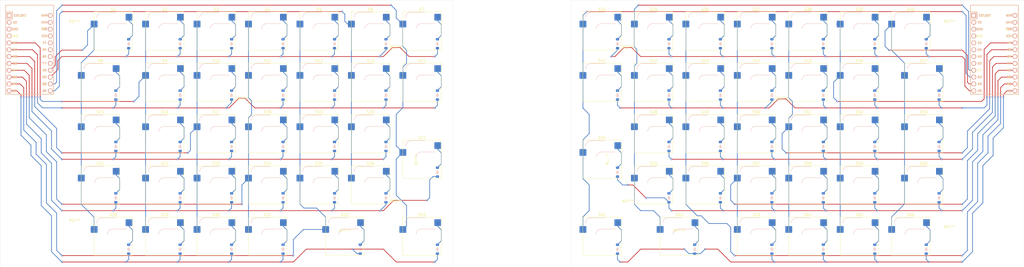
<source format=kicad_pcb>
(kicad_pcb (version 20241229) (generator "pcbnew") (generator_version "9.0")
  (layers (0 "F.Cu" signal) (2 "B.Cu" signal) (13 "F.Paste" user) (15 "B.Paste" user) (5 "F.SilkS" user "F.Silkscreen") (7 "B.SilkS" user "B.Silkscreen") (1 "F.Mask" user) (3 "B.Mask" user) (25 "Edge.Cuts" user))
  (net 0 "")
  (net 1 "/Oath-66-Duo-Left/Row 0")
  (net 2 "Net-(D1-A)")
  (net 3 "Net-(D2-A)")
  (net 4 "Net-(D3-A)")
  (net 5 "Net-(D4-A)")
  (net 6 "Net-(D5-A)")
  (net 7 "Net-(D6-A)")
  (net 8 "Net-(D7-A)")
  (net 9 "/Oath-66-Duo-Left/Row 1")
  (net 10 "Net-(D8-A)")
  (net 11 "Net-(D9-A)")
  (net 12 "Net-(D10-A)")
  (net 13 "Net-(D11-A)")
  (net 14 "Net-(D12-A)")
  (net 15 "Net-(D13-A)")
  (net 16 "Net-(D14-A)")
  (net 17 "Net-(D15-A)")
  (net 18 "/Oath-66-Duo-Left/Row 2")
  (net 19 "Net-(D16-A)")
  (net 20 "Net-(D17-A)")
  (net 21 "Net-(D18-A)")
  (net 22 "Net-(D19-A)")
  (net 23 "Net-(D20-A)")
  (net 24 "/Oath-66-Duo-Left/Row 3")
  (net 25 "Net-(D21-A)")
  (net 26 "Net-(D22-A)")
  (net 27 "Net-(D23-A)")
  (net 28 "Net-(D24-A)")
  (net 29 "Net-(D25-A)")
  (net 30 "Net-(D26-A)")
  (net 31 "Net-(D27-A)")
  (net 32 "Net-(D28-A)")
  (net 33 "/Oath-66-Duo-Left/Row 4")
  (net 34 "Net-(D29-A)")
  (net 35 "Net-(D30-A)")
  (net 36 "Net-(D31-A)")
  (net 37 "Net-(D32-A)")
  (net 38 "Net-(D33-A)")
  (net 39 "Net-(D34-A)")
  (net 40 "/Oath-66-Duo-Right/Row 0")
  (net 41 "Net-(D35-A)")
  (net 42 "Net-(D36-A)")
  (net 43 "Net-(D37-A)")
  (net 44 "Net-(D38-A)")
  (net 45 "Net-(D39-A)")
  (net 46 "Net-(D40-A)")
  (net 47 "/Oath-66-Duo-Right/Row 1")
  (net 48 "Net-(D41-A)")
  (net 49 "Net-(D42-A)")
  (net 50 "Net-(D43-A)")
  (net 51 "Net-(D44-A)")
  (net 52 "Net-(D45-A)")
  (net 53 "Net-(D46-A)")
  (net 54 "Net-(D47-A)")
  (net 55 "Net-(D48-A)")
  (net 56 "Net-(D49-A)")
  (net 57 "Net-(D50-A)")
  (net 58 "Net-(D51-A)")
  (net 59 "Net-(D52-A)")
  (net 60 "Net-(D53-A)")
  (net 61 "/Oath-66-Duo-Right/Row 3")
  (net 62 "Net-(D54-A)")
  (net 63 "Net-(D55-A)")
  (net 64 "Net-(D56-A)")
  (net 65 "Net-(D57-A)")
  (net 66 "Net-(D58-A)")
  (net 67 "Net-(D59-A)")
  (net 68 "Net-(D60-A)")
  (net 69 "/Oath-66-Duo-Right/Row 4")
  (net 70 "Net-(D61-A)")
  (net 71 "Net-(D62-A)")
  (net 72 "Net-(D63-A)")
  (net 73 "Net-(D64-A)")
  (net 74 "Net-(D65-A)")
  (net 75 "Net-(D66-A)")
  (net 76 "/Oath-66-Duo-Left/Col 0")
  (net 77 "/Oath-66-Duo-Left/Col 1")
  (net 78 "/Oath-66-Duo-Left/Col 2")
  (net 79 "/Oath-66-Duo-Left/Col 3")
  (net 80 "/Oath-66-Duo-Left/Col 4")
  (net 81 "/Oath-66-Duo-Left/Col 5")
  (net 82 "/Oath-66-Duo-Left/Col 6")
  (net 83 "/Oath-66-Duo-Right/Col 0")
  (net 84 "/Oath-66-Duo-Right/Col 1")
  (net 85 "/Oath-66-Duo-Right/Col 2")
  (net 86 "/Oath-66-Duo-Right/Col 3")
  (net 87 "/Oath-66-Duo-Right/Col 4")
  (net 88 "/Oath-66-Duo-Right/Col 5")
  (net 89 "/Oath-66-Duo-Right/Col 6")
  (net 114 "/Oath-66-Duo-Right/Row 2")
  (footprint "ScottoKeebs_Hotswap:Hotswap_MX_1.00u" (layer "F.Cu") (at 323.849936 33.3375)
    (property "Reference" "S38")
    (property "Value" "Keyswitch")
  )
  (footprint "ScottoKeebs_Hotswap:Hotswap_MX_1.00u" (layer "F.Cu") (at 104.775 90.4875)
    (property "Reference" "S23")
    (property "Value" "Keyswitch")
  )
  (footprint "ScottoKeebs_Hotswap:Hotswap_MX_1.00u" (layer "F.Cu") (at 304.799936 33.3375)
    (property "Reference" "S37")
    (property "Value" "Keyswitch")
  )
  (footprint "ScottoKeebs_Hotswap:Hotswap_MX_1.00u" (layer "F.Cu") (at 342.899936 109.5375)
    (property "Reference" "S65")
    (property "Value" "Keyswitch")
  )
  (footprint "ScottoKeebs_Hotswap:Hotswap_MX_1.00u" (layer "F.Cu") (at 104.775 71.4375)
    (property "Reference" "S17")
    (property "Value" "Keyswitch")
  )
  (footprint "MountingHole:MountingHole_2.5mm" (layer "F.Cu") (at 257.175 100.0125)
    (property "Reference" "REF**")
    (property "Value" "MountingHole_2.5mm")
  )
  (footprint "ScottoKeebs_Hotswap:Hotswap_MX_1.00u" (layer "F.Cu") (at 342.899936 52.3875)
    (property "Reference" "S46")
    (property "Value" "Keyswitch")
  )
  (footprint "MountingHole:MountingHole_2.5mm" (layer "F.Cu") (at 52.3875 107.15625)
    (property "Reference" "REF**")
    (property "Value" "MountingHole_2.5mm")
  )
  (footprint "ScottoKeebs_Hotswap:Hotswap_MX_1.00u" (layer "F.Cu") (at 142.875 90.4875)
    (property "Reference" "S25")
    (property "Value" "Keyswitch")
  )
  (footprint "ScottoKeebs_Hotswap:Hotswap_MX_1.00u" (layer "F.Cu") (at 304.799936 90.4875)
    (property "Reference" "S57")
    (property "Value" "Keyswitch")
  )
  (footprint "ScottoKeebs_Hotswap:Hotswap_MX_1.00u" (layer "F.Cu") (at 304.799936 52.3875)
    (property "Reference" "S44")
    (property "Value" "Keyswitch")
  )
  (footprint "ScottoKeebs_Hotswap:Hotswap_MX_1.00u" (layer "F.Cu") (at 123.825 90.4875)
    (property "Reference" "S24")
    (property "Value" "Keyswitch")
  )
  (footprint "MountingHole:MountingHole_2.5mm" (layer "F.Cu") (at 171.45 42.8625)
    (property "Reference" "REF**")
    (property "Value" "MountingHole_2.5mm")
  )
  (footprint "ScottoKeebs_Stabilizer:Stabilizer_MX_2.00u" (layer "F.Cu") (at 180.975 80.9625 90)
    (property "Reference" "REF**")
    (property "Value" "Stabilizer_MX_2.00u")
  )
  (footprint "ScottoKeebs_Stabilizer:Stabilizer_MX_2.00u" (layer "F.Cu") (at 247.649936 80.9625 -90)
    (property "Reference" "REF**")
    (property "Value" "Stabilizer_MX_2.00u")
  )
  (footprint "ScottoKeebs_Hotswap:Hotswap_MX_1.00u" (layer "F.Cu") (at 85.725 33.3375)
    (property "Reference" "S2")
    (property "Value" "Keyswitch")
  )
  (footprint "ScottoKeebs_Hotswap:Hotswap_MX_1.50u" (layer "F.Cu") (at 366.712436 52.3875)
    (property "Reference" "S47")
    (property "Value" "Keyswitch")
  )
  (footprint "ScottoKeebs_Hotswap:Hotswap_MX_1.00u" (layer "F.Cu") (at 85.725 90.4875)
    (property "Reference" "S22")
    (property "Value" "Keyswitch")
  )
  (footprint "ScottoKeebs_Hotswap:Hotswap_MX_1.00u" (layer "F.Cu") (at 85.725 52.3875)
    (property "Reference" "S9")
    (property "Value" "Keyswitch")
  )
  (footprint "ScottoKeebs_Hotswap:Hotswap_MX_2.00u" (layer "F.Cu") (at 152.4 109.5375)
    (property "Reference" "S32")
    (property "Value" "Keyswitch")
  )
  (footprint "ScottoKeebs_Hotswap:Hotswap_MX_1.00u" (layer "F.Cu") (at 342.9 71.4375)
    (property "Reference" "S52")
    (property "Value" "Keyswitch")
  )
  (footprint "ScottoKeebs_Hotswap:Hotswap_MX_1.00u" (layer "F.Cu") (at 180.975 52.3875)
    (property "Reference" "S14")
    (property "Value" "Keyswitch")
  )
  (footprint "ScottoKeebs_Hotswap:Hotswap_MX_1.00u" (layer "F.Cu") (at 285.749936 52.3875)
    (property "Reference" "S43")
    (property "Value" "Keyswitch")
  )
  (footprint "MountingHole:MountingHole_2.5mm" (layer "F.Cu") (at 114.3 61.9125)
    (property "Reference" "REF**")
    (property "Value" "MountingHole_2.5mm")
  )
  (footprint "ScottoKeebs_Stabilizer:Stabilizer_MX_2.00u" (layer "F.Cu") (at 276.224936 109.5375)
    (property "Reference" "REF**")
    (property "Value" "Stabilizer_MX_2.00u")
  )
  (footprint "ScottoKeebs_Hotswap:Hotswap_MX_1.00u" (layer "F.Cu") (at 304.799936 109.5375)
    (property "Reference" "S63")
    (property "Value" "Keyswitch")
  )
  (footprint "ScottoKeebs_Hotswap:Hotswap_MX_1.00u" (layer "F.Cu") (at 247.649936 52.3875)
    (property "Reference" "S41")
    (property "Value" "Keyswitch")
  )
  (footprint "MountingHole:MountingHole_2.5mm" (layer "F.Cu") (at 257.175 42.8625)
    (property "Reference" "REF**")
    (property "Value" "MountingHole_2.5mm")
  )
  (footprint "ScottoKeebs_Hotswap:Hotswap_MX_1.00u" (layer "F.Cu") (at 247.649936 109.5375)
    (property "Reference" "S61")
    (property "Value" "Keyswitch")
  )
  (footprint "ScottoKeebs_Hotswap:Hotswap_MX_1.00u" (layer "F.Cu") (at 304.8 71.4375)
    (property "Reference" "S50")
    (property "Value" "Keyswitch")
  )
  (footprint "ScottoKeebs_Hotswap:Hotswap_MX_1.00u" (layer "F.Cu") (at 142.875 52.3875)
    (property "Reference" "S12")
    (property "Value" "Keyswitch")
  )
  (footprint "ScottoKeebs_Hotswap:Hotswap_MX_1.00u" (layer "F.Cu") (at 285.749936 33.3375)
    (property "Reference" "S36")
    (property "Value" "Keyswitch")
  )
  (footprint "ScottoKeebs_Hotswap:Hotswap_MX_1.00u" (layer "F.Cu") (at 85.725 71.4375)
    (property "Reference" "S16")
    (property "Value" "Keyswitch")
  )
  (footprint "ScottoKeebs_MCU:Arduino_Pro_Micro" (layer "F.Cu") (at 392.889936 41.5925)
    (property "Reference" "U2" (hide yes))
    (property "Value" "Arduino_Pro_Micro" (hide yes))
  )
  (footprint "ScottoKeebs_Hotswap:Hotswap_MX_1.00u" (layer "F.Cu") (at 161.925 71.4375)
    (property "Reference" "S20")
    (property "Value" "Keyswitch")
  )
  (footprint "ScottoKeebs_Hotswap:Hotswap_MX_1.00u" (layer "F.Cu") (at 361.949936 33.3375)
    (property "Reference" "S40")
    (property "Value" "Keyswitch")
  )
  (footprint "ScottoKeebs_Hotswap:Hotswap_MX_1.00u" (layer "F.Cu") (at 323.849936 90.4875)
    (property "Reference" "S58")
    (property "Value" "Keyswitch")
  )
  (footprint "ScottoKeebs_Hotswap:Hotswap_MX_1.50u" (layer "F.Cu") (at 366.7125 71.4375)
    (property "Reference" "S53")
    (property "Value" "Keyswitch")
  )
  (footprint "ScottoKeebs_Hotswap:Hotswap_MX_1.00u" (layer "F.Cu") (at 161.925 90.4875)
    (property "Reference" "S26")
    (property "Value" "Keyswitch")
  )
  (footprint "ScottoKeebs_Hotswap:Hotswap_MX_1.00u" (layer "F.Cu") (at 142.875 33.3375)
    (property "Reference" "S5")
    (property "Value" "Keyswitch")
  )
  (footprint "ScottoKeebs_Hotswap:Hotswap_MX_1.50u" (layer "F.Cu") (at 61.9125 90.4875)
    (property "Reference" "S21")
    (property "Value" "Keyswitch")
  )
  (footprint "ScottoKeebs_Hotswap:Hotswap_MX_1.00u" (layer "F.Cu") (at 285.75 71.4375)
    (property "Reference" "S49")
    (property "Value" "Keyswitch")
  )
  (footprint "MountingHole:MountingHole_2.5mm" (layer "F.Cu") (at 171.45 100.0125)
    (property "Reference" "REF**")
    (property "Value" "MountingHole_2.5mm")
  )
  (footprint "MountingHole:MountingHole_2.5mm" (layer "F.Cu") (at 376.2375 33.3375)
    (property "Reference" "REF**")
    (property "Value" "MountingHole_2.5mm")
  )
  (footprint "ScottoKeebs_Hotswap:Hotswap_MX_1.00u" (layer "F.Cu") (at 123.825 33.3375)
    (property "Reference" "S4")
    (property "Value" "Keyswitch")
  )
  (footprint "ScottoKeebs_Hotswap:Hotswap_MX_1.00u" (layer "F.Cu") (at 266.699936 33.3375)
    (property "Reference" "S35")
    (property "Value" "Keyswitch")
  )
  (footprint "ScottoKeebs_Hotswap:Hotswap_MX_1.00u" (layer "F.Cu") (at 342.899936 90.4875)
    (property "Reference" "S59")
    (property "Value" "Keyswitch")
  )
  (footprint "ScottoKeebs_Hotswap:Hotswap_MX_1.50u" (layer "F.Cu") (at 61.9125 71.4375)
    (property "Reference" "S15")
    (property "Value" "Keyswitch")
  )
  (footprint "ScottoKeebs_Hotswap:Hotswap_MX_1.00u" (layer "F.Cu") (at 142.875 71.4375)
    (property "Reference" "S19")
    (property "Value" "Keyswitch")
  )
  (footprint "ScottoKeebs_Hotswap:Hotswap_MX_1.00u" (layer "F.Cu") (at 266.7 90.4875)
    (property "Reference" "S55")
    (property "Value" "Keyswitch")
  )
  (footprint "ScottoKeebs_Hotswap:Hotswap_MX_1.00u" (layer "F.Cu") (at 161.925 52.3875)
    (property "Reference" "S13")
    (property "Value" "Keyswitch")
  )
  (footprint "ScottoKeebs_Hotswap:Hotswap_MX_1.00u" (layer "F.Cu") (at 285.749936 90.4875)
    (property "Reference" "S56")
    (property "Value" "Keyswitch")
  )
  (footprint "ScottoKeebs_Hotswap:Hotswap_MX_1.00u" (layer "F.Cu") (at 342.899936 33.3375)
    (property "Reference" "S39")
    (property "Value" "Keyswitch")
  )
  (footprint "ScottoKeebs_Hotswap:Hotswap_MX_1.00u" (layer "F.Cu") (at 85.725 109.5375)
    (property "Reference" "S29")
    (property "Value" "Keyswitch")
  )
  (footprint "ScottoKeebs_Hotswap:Hotswap_MX_1.00u" (layer "F.Cu") (at 361.949936 109.5375)
    (property "Reference" "S66")
    (property "Value" "Keyswitch")
  )
  (footprint "ScottoKeebs_Hotswap:Hotswap_MX_2.00u" (layer "F.Cu") (at 276.224936 109.5375)
    (property "Reference" "S62")
    (property "Value" "Keyswitch")
  )
  (footprint "ScottoKeebs_Hotswap:Hotswap_MX_1.00u" (layer "F.Cu") (at 323.85 71.4375)
    (property "Reference" "S51")
    (property "Value" "Keyswitch")
  )
  (footprint "MountingHole:MountingHole_2.5mm" (layer "F.Cu") (at 314.325 61.9125)
    (property "Reference" "REF**")
    (property "Value" "MountingHole_2.5mm")
  )
  (footprint "ScottoKeebs_Stabilizer:Stabilizer_MX_2.00u" (layer "F.Cu") (at 152.4 109.5375)
    (property "Reference" "REF**")
    (property "Value" "Stabilizer_MX_2.00u")
  )
  (footprint "ScottoKeebs_Hotswap:Hotswap_MX_1.00u" (layer "F.Cu") (at 104.775 52.3875)
    (property "Reference" "S10")
    (property "Value" "Keyswitch")
  )
  (footprint "ScottoKeebs_Hotswap:Hotswap_MX_2.00u_90deg" (layer "F.Cu") (at 180.975 80.9625)
    (property "Reference" "S27")
    (property "Value" "Keyswitch")
  )
  (footprint "ScottoKeebs_Hotswap:Hotswap_MX_2.00u_90deg" (layer "F.Cu") (at 247.649936 80.9625)
    (property "Reference" "S54")
    (property "Value" "Keyswitch")
  )
  (footprint "ScottoKeebs_Hotswap:Hotswap_MX_1.00u" (layer "F.Cu") (at 66.675 109.5375)
    (property "Reference" "S28")
    (property "Value" "Keyswitch")
  )
  (footprint "ScottoKeebs_Hotswap:Hotswap_MX_1.00u" (layer "F.Cu") (at 180.975 33.3375)
    (property "Reference" "S7")
    (property "Value" "Keyswitch")
  )
  (footprint "ScottoKeebs_Hotswap:Hotswap_MX_1.00u" (layer "F.Cu") (at 247.65 33.3375)
    (property "Reference" "S34")
    (property "Value" "Keyswitch")
  )
  (footprint "ScottoKeebs_Hotswap:Hotswap_MX_1.00u" (layer "F.Cu") (at 104.775 33.3375)
    (property "Reference" "S3")
    (property "Value" "Keyswitch")
  )
  (footprint "ScottoKeebs_Hotswap:Hotswap_MX_1.00u" (layer "F.Cu") (at 104.775 109.5375)
    (property "Reference" "S30")
    (property "Value" "Keyswitch")
  )
  (footprint "ScottoKeebs_MCU:Arduino_Pro_Micro" (layer "F.Cu") (at 35.735 41.5925)
    (property "Reference" "U1" (hide yes))
    (property "Value" "Arduino_Pro_Micro" (hide yes))
  )
  (footprint "ScottoKeebs_Hotswap:Hotswap_MX_1.00u" (layer "F.Cu") (at 323.849936 109.5375)
    (property "Reference" "S64")
    (property "Value" "Keyswitch")
  )
  (footprint "ScottoKeebs_Hotswap:Hotswap_MX_1.50u" (layer "F.Cu") (at 61.9125 52.3875)
    (property "Reference" "S8")
    (property "Value" "Keyswitch")
  )
  (footprint "ScottoKeebs_Hotswap:Hotswap_MX_1.00u" (layer "F.Cu") (at 123.825 109.5375)
    (property "Reference" "S31")
    (property "Value" "Keyswitch")
  )
  (footprint "ScottoKeebs_Hotswap:Hotswap_MX_1.50u" (layer "F.Cu") (at 366.712436 90.4875)
    (property "Reference" "S60")
    (property "Value" "Keyswitch")
  )
  (footprint "ScottoKeebs_Hotswap:Hotswap_MX_1.00u" (layer "F.Cu") (at 123.825 71.4375)
    (property "Reference" "S18")
    (property "Value" "Keyswitch")
  )
  (footprint "ScottoKeebs_Hotswap:Hotswap_MX_1.00u" (layer "F.Cu") (at 161.925 33.3375)
    (property "Reference" "S6")
    (property "Value" "Keyswitch")
  )
  (footprint "ScottoKeebs_Hotswap:Hotswap_MX_1.00u" (layer "F.Cu") (at 180.975 109.5375)
    (property "Reference" "S33")
    (property "Value" "Keyswitch")
  )
  (footprint "ScottoKeebs_Hotswap:Hotswap_MX_1.00u" (layer "F.Cu") (at 123.825 52.3875)
    (property "Reference" "S11")
    (property "Value" "Keyswitch")
  )
  (footprint "MountingHole:MountingHole_2.5mm" (layer "F.Cu") (at 52.3875 33.3375)
    (property "Reference" "REF**")
    (property "Value" "MountingHole_2.5mm")
  )
  (footprint "ScottoKeebs_Hotswap:Hotswap_MX_1.00u" (layer "F.Cu") (at 66.675 33.3375)
    (property "Reference" "S1")
    (property "Value" "Keyswitch")
  )
  (footprint "MountingHole:MountingHole_2.5mm" (layer "F.Cu") (at 376.2375 109.5375)
    (property "Reference" "REF**")
    (property "Value" "MountingHole_2.5mm")
  )
  (footprint "ScottoKeebs_Hotswap:Hotswap_MX_1.00u" (layer "F.Cu") (at 266.7 71.4375)
    (property "Reference" "S48")
    (property "Value" "Keyswitch")
  )
  (footprint "ScottoKeebs_Hotswap:Hotswap_MX_1.00u" (layer "F.Cu") (at 266.699936 52.3875)
    (property "Reference" "S42")
    (property "Value" "Keyswitch")
  )
  (footprint "ScottoKeebs_Hotswap:Hotswap_MX_1.00u" (layer "F.Cu") (at 323.849936 52.3875)
    (property "Reference" "S45")
    (property "Value" "Keyswitch")
  )
  (footprint "ScottoKeebs_Components:Diode_SOD-123" (layer "B.Cu") (at 129.54 57.15 90)
    (property "Reference" "D11" (hide yes))
    (property "Value" "Diode")
  )
  (footprint "ScottoKeebs_Components:Diode_SOD-123" (layer "B.Cu") (at 372.4275 95.25 90)
    (property "Reference" "D60" (hide yes))
    (property "Value" "Diode")
  )
  (footprint "ScottoKeebs_Components:Diode_SOD-123" (layer "B.Cu") (at 110.49 76.2 90)
    (property "Reference" "D17" (hide yes))
    (property "Value" "Diode")
  )
  (footprint "ScottoKeebs_Components:Diode_SOD-123" (layer "B.Cu") (at 110.49 57.15 90)
    (property "Reference" "D10" (hide yes))
    (property "Value" "Diode")
  )
  (footprint "ScottoKeebs_Components:Diode_SOD-123" (layer "B.Cu") (at 310.515 95.25 90)
    (property "Reference" "D57" (hide yes))
    (property "Value" "Diode")
  )
  (footprint "ScottoKeebs_Components:Diode_SOD-123" (layer "B.Cu") (at 272.415 95.25 90)
    (property "Reference" "D55" (hide yes))
    (property "Value" "Diode")
  )
  (footprint "ScottoKeebs_Components:Diode_SOD-123" (layer "B.Cu") (at 253.365 38.1 90)
    (property "Reference" "D34" (hide yes))
    (property "Value" "Diode")
  )
  (footprint "ScottoKeebs_Components:Diode_SOD-123" (layer "B.Cu") (at 329.565 95.25 90)
    (property "Reference" "D58" (hide yes))
    (property "Value" "Diode")
  )
  (footprint "ScottoKeebs_Components:Diode_SOD-123" (layer "B.Cu") (at 186.69 38.1 90)
    (property "Reference" "D7" (hide yes))
    (property "Value" "Diode")
  )
  (footprint "ScottoKeebs_Components:Diode_SOD-123" (layer "B.Cu") (at 348.615 76.2 90)
    (property "Reference" "D52" (hide yes))
    (property "Value" "Diode")
  )
  (footprint "ScottoKeebs_Components:Diode_SOD-123" (layer "B.Cu") (at 110.49 38.1 90)
    (property "Reference" "D3" (hide yes))
    (property "Value" "Diode")
  )
  (footprint "ScottoKeebs_Components:Diode_SOD-123" (layer "B.Cu") (at 348.615 57.15 90)
    (property "Reference" "D46" (hide yes))
    (property "Value" "Diode")
  )
  (footprint "ScottoKeebs_Components:Diode_SOD-123" (layer "B.Cu") (at 72.39 114.3 90)
    (property "Reference" "D28" (hide yes))
    (property "Value" "Diode")
  )
  (footprint "ScottoKeebs_Components:Diode_SOD-123" (layer "B.Cu") (at 329.565 76.2 90)
    (property "Reference" "D51" (hide yes))
    (property "Value" "Diode")
  )
  (footprint "ScottoKeebs_Components:Diode_SOD-123" (layer "B.Cu") (at 110.49 95.25 90)
    (property "Reference" "D23" (hide yes))
    (property "Value" "Diode")
  )
  (footprint "ScottoKeebs_Components:Diode_SOD-123" (layer "B.Cu") (at 167.64 95.25 90)
    (property "Reference" "D26" (hide yes))
    (property "Value" "Diode")
  )
  (footprint "ScottoKeebs_Components:Diode_SOD-123" (layer "B.Cu") (at 253.365 57.15 90)
    (property "Reference" "D41" (hide yes))
    (property "Value" "Diode")
  )
  (footprint "ScottoKeebs_Components:Diode_SOD-123" (layer "B.Cu") (at 310.515 57.15 90)
    (property "Reference" "D44" (hide yes))
    (property "Value" "Diode")
  )
  (footprint "ScottoKeebs_Components:Diode_SOD-123" (layer "B.Cu") (at 67.6275 95.25 90)
    (property "Reference" "D21" (hide yes))
    (property "Value" "Diode")
  )
  (footprint "ScottoKeebs_Components:Diode_SOD-123" (layer "B.Cu") (at 329.565 114.3 90)
    (property "Reference" "D64" (hide yes))
    (property "Value" "Diode")
  )
  (footprint "ScottoKeebs_Components:Diode_SOD-123" (layer "B.Cu") (at 186.69 85.725 90)
    (property "Reference" "D27" (hide yes))
    (property "Value" "Diode")
  )
  (footprint "ScottoKeebs_Components:Diode_SOD-123" (layer "B.Cu") (at 291.465 57.15 90)
    (property "Reference" "D43" (hide yes))
    (property "Value" "Diode")
  )
  (footprint "ScottoKeebs_Components:Diode_SOD-123" (layer "B.Cu") (at 310.515 76.2 90)
    (property "Reference" "D50" (hide yes))
    (property "Value" "Diode")
  )
  (footprint "ScottoKeebs_Components:Diode_SOD-123" (layer "B.Cu") (at 253.365 85.725 90)
    (property "Reference" "D54" (hide yes))
    (property "Value" "Diode")
  )
  (footprint "ScottoKeebs_Components:Diode_SOD-123" (layer "B.Cu") (at 372.4275 76.2 90)
    (property "Reference" "D53" (hide yes))
    (property "Value" "Diode")
  )
  (footprint "ScottoKeebs_Components:Diode_SOD-123" (layer "B.Cu") (at 91.44 95.25 90)
    (property "Reference" "D22" (hide yes))
    (property "Value" "Diode")
  )
  (footprint "ScottoKeebs_Components:Diode_SOD-123" (layer "B.Cu") (at 91.44 57.15 90)
    (property "Reference" "D9" (hide yes))
    (property "Value" "Diode")
  )
  (footprint "ScottoKeebs_Components:Diode_SOD-123" (layer "B.Cu") (at 72.39 38.1 90)
    (property "Reference" "D1" (hide yes))
    (property "Value" "Diode")
  )
  (footprint "ScottoKeebs_Components:Diode_SOD-123" (layer "B.Cu") (at 367.665 114.3 90)
    (property "Reference" "D66" (hide yes))
    (property "Value" "Diode")
  )
  (footprint "ScottoKeebs_Components:Diode_SOD-123" (layer "B.Cu") (at 129.54 76.2 90)
    (property "Reference" "D18" (hide yes))
    (property "Value" "Diode")
  )
  (footprint "ScottoKeebs_Components:Diode_SOD-123" (layer "B.Cu") (at 148.59 95.25 90)
    (property "Reference" "D25" (hide yes))
    (property "Value" "Diode")
  )
  (footprint "ScottoKeebs_Components:Diode_SOD-123" (layer "B.Cu") (at 91.44 114.3 90)
    (property "Reference" "D29" (hide yes))
    (property "Value" "Diode")
  )
  (footprint "ScottoKeebs_Components:Diode_SOD-123" (layer "B.Cu") (at 281.94 114.3 90)
    (property "Reference" "D62" (hide yes))
    (property "Value" "Diode")
  )
  (footprint "ScottoKeebs_Components:Diode_SOD-123" (layer "B.Cu") (at 167.64 57.15 90)
    (property "Reference" "D13" (hide yes))
    (property "Value" "Diode")
  )
  (footprint "ScottoKeebs_Components:Diode_SOD-123" (layer "B.Cu") (at 272.415 76.2 90)
    (property "Reference" "D48" (hide yes))
    (property "Value" "Diode")
  )
  (footprint "ScottoKeebs_Components:Diode_SOD-123" (layer "B.Cu") (at 310.515 38.1 90)
    (property "Reference" "D37" (hide yes))
    (property "Value" "Diode")
  )
  (footprint "ScottoKeebs_Components:Diode_SOD-123" (layer "B.Cu") (at 372.4275 57.15 90)
    (property "Reference" "D47" (hide yes))
    (property "Value" "Diode")
  )
  (footprint "ScottoKeebs_Components:Diode_SOD-123" (layer "B.Cu") (at 91.44 38.1 90)
    (property "Reference" "D2" (hide yes))
    (property "Value" "Diode")
  )
  (footprint "ScottoKeebs_Components:Diode_SOD-123" (layer "B.Cu") (at 291.465 95.25 90)
    (property "Reference" "D56" (hide yes))
    (property "Value" "Diode")
  )
  (footprint "ScottoKeebs_Components:Diode_SOD-123" (layer "B.Cu") (at 291.465 76.2 90)
    (property "Reference" "D49" (hide yes))
    (property "Value" "Diode")
  )
  (footprint "ScottoKeebs_Components:Diode_SOD-123" (layer "B.Cu") (at 110.49 114.3 90)
    (property "Reference" "D30" (hide yes))
    (property "Value" "Diode")
  )
  (footprint "ScottoKeebs_Components:Diode_SOD-123" (layer "B.Cu") (at 129.54 114.3 90)
    (property "Reference" "D31" (hide yes))
    (property "Value" "Diode")
  )
  (footprint "ScottoKeebs_Components:Diode_SOD-123" (layer "B.Cu") (at 167.64 38.1 90)
    (property "Reference" "D6" (hide yes))
    (property "Value" "Diode")
  )
  (footprint "ScottoKeebs_Components:Diode_SOD-123" (layer "B.Cu") (at 91.44 76.2 90)
    (property "Reference" "D16" (hide yes))
    (property "Value" "Diode")
  )
  (footprint "ScottoKeebs_Components:Diode_SOD-123" (layer "B.Cu") (at 348.615 95.25 90)
    (property "Reference" "D59" (hide yes))
    (property "Value" "Diode")
  )
  (footprint "ScottoKeebs_Components:Diode_SOD-123" (layer "B.Cu") (at 348.615 114.3 90)
    (property "Reference" "D65" (hide yes))
    (property "Value" "Diode")
  )
  (footprint "ScottoKeebs_Components:Diode_SOD-123" (layer "B.Cu") (at 148.59 38.1 90)
    (property "Reference" "D5" (hide yes))
    (property "Value" "Diode")
  )
  (footprint "ScottoKeebs_Components:Diode_SOD-123" (layer "B.Cu") (at 329.565 38.1 90)
    (property "Reference" "D38" (hide yes))
    (property "Value" "Diode")
  )
  (footprint "ScottoKeebs_Components:Diode_SOD-123" (layer "B.Cu") (at 348.615 38.1 90)
    (property "Reference" "D39" (hide yes))
    (property "Value" "Diode")
  )
  (footprint "ScottoKeebs_Components:Diode_SOD-123" (layer "B.Cu") (at 129.54 95.25 90)
    (property "Reference" "D24" (hide yes))
    (property "Value" "Diode")
  )
  (footprint "ScottoKeebs_Components:Diode_SOD-123" (layer "B.Cu") (at 329.565 57.15 90)
    (property "Reference" "D45" (hide yes))
    (property "Value" "Diode")
  )
  (footprint "ScottoKeebs_Components:Diode_SOD-123" (layer "B.Cu") (at 67.6275 76.2 90)
    (property "Reference" "D15" (hide yes))
    (property "Value" "Diode")
  )
  (footprint "ScottoKeebs_Components:Diode_SOD-123" (layer "B.Cu") (at 167.64 76.2 90)
    (property "Reference" "D20" (hide yes))
    (property "Value" "Diode")
  )
  (footprint "ScottoKeebs_Components:Diode_SOD-123" (layer "B.Cu") (at 253.365 114.3 90)
    (property "Reference" "D61" (hide yes))
    (property "Value" "Diode")
  )
  (footprint "ScottoKeebs_Components:Diode_SOD-123" (layer "B.Cu") (at 148.59 57.15 90)
    (property "Reference" "D12" (hide yes))
    (property "Value" "Diode")
  )
  (footprint "ScottoKeebs_Components:Diode_SOD-123" (layer "B.Cu") (at 310.515 114.3 90)
    (property "Reference" "D63" (hide yes))
    (property "Value" "Diode")
  )
  (footprint "ScottoKeebs_Components:Diode_SOD-123" (layer "B.Cu") (at 129.54 38.1 90)
    (property "Reference" "D4" (hide yes))
    (property "Value" "Diode")
  )
  (footprint "ScottoKeebs_Components:Diode_SOD-123" (layer "B.Cu") (at 367.665 38.1 90)
    (property "Reference" "D40" (hide yes))
    (property "Value" "Diode")
  )
  (footprint "ScottoKeebs_Components:Diode_SOD-123" (layer "B.Cu") (at 291.465 38.1 90)
    (property "Reference" "D36" (hide yes))
    (property "Value" "Diode")
  )
  (footprint "ScottoKeebs_Components:Diode_SOD-123" (layer "B.Cu") (at 158.115 114.3 90)
    (property "Reference" "D32" (hide yes))
    (property "Value" "Diode")
  )
  (footprint "ScottoKeebs_Components:Diode_SOD-123" (layer "B.Cu") (at 67.6275 57.15 90)
    (property "Reference" "D8" (hide yes))
    (property "Value" "Diode")
  )
  (footprint "ScottoKeebs_Components:Diode_SOD-123" (layer "B.Cu") (at 272.415 38.1 90)
    (property "Reference" "D35" (hide yes))
    (property "Value" "Diode")
  )
  (footprint "ScottoKeebs_Components:Diode_SOD-123" (layer "B.Cu") (at 186.69 114.3 90)
    (property "Reference" "D33" (hide yes))
    (property "Value" "Diode")
  )
  (footprint "ScottoKeebs_Components:Diode_SOD-123" (layer "B.Cu") (at 272.415 57.15 90)
    (property "Reference" "D42" (hide yes))
    (property "Value" "Diode")
  )
  (footprint "ScottoKeebs_Components:Diode_SOD-123" (layer "B.Cu") (at 186.69 57.15 90)
    (property "Reference" "D14" (hide yes))
    (property "Value" "Diode")
  )
  (footprint "ScottoKeebs_Components:Diode_SOD-123" (layer "B.Cu") (at 148.59 76.2 90)
    (property "Reference" "D19" (hide yes))
    (property "Value" "Diode")
  )
  (gr_rect (start 236.22 21.9075) (end 403.86 120.9675) (stroke (width 0.05)) (fill no) (layer "Edge.Cuts"))
  (gr_rect (start 24.765 21.9075) (end 192.405 120.9675) (stroke (width 0.05)) (fill no) (layer "Edge.Cuts"))
  (segment (start 47.625 42.8625) (end 46.19625 44.29125) (width 0.254) (layer "F.Cu") (net 1))
  (segment (start 46.19625 47.64125) (end 43.355 50.4825) (width 0.254) (layer "F.Cu") (net 1))
  (segment (start 176.2125 42.8625) (end 185.7375 42.8625) (width 0.254) (layer "F.Cu") (net 1))
  (segment (start 166.6875 42.8625) (end 170.02125 39.52875) (width 0.254) (layer "F.Cu") (net 1))
  (segment (start 170.02125 39.52875) (end 172.87875 39.52875) (width 0.254) (layer "F.Cu") (net 1))
  (segment (start 128.5875 42.8625) (end 109.5375 42.8625) (width 0.254) (layer "F.Cu") (net 1))
  (segment (start 165.25875 42.8625) (end 147.6375 42.8625) (width 0.254) (layer "F.Cu") (net 1))
  (segment (start 46.19625 44.29125) (end 46.19625 47.64125) (width 0.254) (layer "F.Cu") (net 1))
  (segment (start 172.87875 39.52875) (end 176.2125 42.8625) (width 0.254) (layer "F.Cu") (net 1))
  (segment (start 109.5375 42.8625) (end 90.4875 42.8625) (width 0.254) (layer "F.Cu") (net 1))
  (segment (start 147.6375 42.8625) (end 128.5875 42.8625) (width 0.254) (layer "F.Cu") (net 1))
  (segment (start 165.25875 42.8625) (end 166.6875 42.8625) (width 0.254) (layer "F.Cu") (net 1))
  (segment (start 71.4375 42.8625) (end 47.625 42.8625) (width 0.254) (layer "F.Cu") (net 1))
  (segment (start 90.4875 42.8625) (end 71.4375 42.8625) (width 0.254) (layer "F.Cu") (net 1))
  (via (at 185.7375 42.8625) (size 0.6) (drill 0.3) (layers "F.Cu" "B.Cu") (net 1))
  (via (at 71.4375 42.8625) (size 0.6) (drill 0.3) (layers "F.Cu" "B.Cu") (net 1))
  (via (at 90.4875 42.8625) (size 0.6) (drill 0.3) (layers "F.Cu" "B.Cu") (net 1))
  (via (at 128.5875 42.8625) (size 0.6) (drill 0.3) (layers "F.Cu" "B.Cu") (net 1))
  (via (at 165.25875 42.8625) (size 0.6) (drill 0.3) (layers "F.Cu" "B.Cu") (net 1))
  (via (at 109.5375 42.8625) (size 0.6) (drill 0.3) (layers "F.Cu" "B.Cu") (net 1))
  (via (at 147.6375 42.8625) (size 0.6) (drill 0.3) (layers "F.Cu" "B.Cu") (net 1))
  (segment (start 72.39 39.75) (end 72.39 41.91) (width 0.254) (layer "B.Cu") (net 1))
  (segment (start 148.59 39.75) (end 148.59 41.91) (width 0.254) (layer "B.Cu") (net 1))
  (segment (start 129.54 39.75) (end 129.54 41.91) (width 0.254) (layer "B.Cu") (net 1))
  (segment (start 186.69 39.75) (end 186.69 41.91) (width 0.254) (layer "B.Cu") (net 1))
  (segment (start 110.49 41.91) (end 109.5375 42.8625) (width 0.254) (layer "B.Cu") (net 1))
  (segment (start 91.44 41.91) (end 90.4875 42.8625) (width 0.254) (layer "B.Cu") (net 1))
  (segment (start 167.64 40.48125) (end 167.64 39.75) (width 0.254) (layer "B.Cu") (net 1))
  (segment (start 91.44 39.75) (end 91.44 41.91) (width 0.254) (layer "B.Cu") (net 1))
  (segment (start 165.25875 42.8625) (end 167.64 40.48125) (width 0.254) (layer "B.Cu") (net 1))
  (segment (start 110.49 39.75) (end 110.49 41.91) (width 0.254) (layer "B.Cu") (net 1))
  (segment (start 186.69 41.91) (end 185.7375 42.8625) (width 0.254) (layer "B.Cu") (net 1))
  (segment (start 72.39 41.91) (end 71.4375 42.8625) (width 0.254) (layer "B.Cu") (net 1))
  (segment (start 129.54 41.91) (end 128.5875 42.8625) (width 0.254) (layer "B.Cu") (net 1))
  (segment (start 148.59 41.91) (end 147.6375 42.8625) (width 0.254) (layer "B.Cu") (net 1))
  (segment (start 72.517 28.2575) (end 72.517 29.6545) (width 0.254) (layer "B.Cu") (net 2))
  (segment (start 72.517 29.6545) (end 73.81875 30.95625) (width 0.254) (layer "B.Cu") (net 2))
  (segment (start 73.81875 35.02125) (end 72.39 36.45) (width 0.254) (layer "B.Cu") (net 2))
  (segment (start 73.81875 30.95625) (end 73.81875 35.02125) (width 0.254) (layer "B.Cu") (net 2))
  (segment (start 92.86875 30.95625) (end 92.86875 35.02125) (width 0.254) (layer "B.Cu") (net 3))
  (segment (start 91.567 28.2575) (end 91.567 29.6545) (width 0.254) (layer "B.Cu") (net 3))
  (segment (start 91.567 29.6545) (end 92.86875 30.95625) (width 0.254) (layer "B.Cu") (net 3))
  (segment (start 92.86875 35.02125) (end 91.44 36.45) (width 0.254) (layer "B.Cu") (net 3))
  (segment (start 110.617 29.6545) (end 111.91875 30.95625) (width 0.254) (layer "B.Cu") (net 4))
  (segment (start 111.91875 35.02125) (end 110.49 36.45) (width 0.254) (layer "B.Cu") (net 4))
  (segment (start 110.617 28.2575) (end 110.617 29.6545) (width 0.254) (layer "B.Cu") (net 4))
  (segment (start 111.91875 30.95625) (end 111.91875 35.02125) (width 0.254) (layer "B.Cu") (net 4))
  (segment (start 130.96875 30.95625) (end 130.96875 35.02125) (width 0.254) (layer "B.Cu") (net 5))
  (segment (start 130.96875 35.02125) (end 129.54 36.45) (width 0.254) (layer "B.Cu") (net 5))
  (segment (start 129.667 29.6545) (end 130.96875 30.95625) (width 0.254) (layer "B.Cu") (net 5))
  (segment (start 129.667 28.2575) (end 129.667 29.6545) (width 0.254) (layer "B.Cu") (net 5))
  (segment (start 148.717 28.2575) (end 148.717 29.6545) (width 0.254) (layer "B.Cu") (net 6))
  (segment (start 150.01875 35.02125) (end 148.59 36.45) (width 0.254) (layer "B.Cu") (net 6))
  (segment (start 150.01875 30.95625) (end 150.01875 35.02125) (width 0.254) (layer "B.Cu") (net 6))
  (segment (start 148.717 29.6545) (end 150.01875 30.95625) (width 0.254) (layer "B.Cu") (net 6))
  (segment (start 167.767 29.6545) (end 169.06875 30.95625) (width 0.254) (layer "B.Cu") (net 7))
  (segment (start 169.06875 30.95625) (end 169.06875 35.02125) (width 0.254) (layer "B.Cu") (net 7))
  (segment (start 169.06875 35.02125) (end 167.64 36.45) (width 0.254) (layer "B.Cu") (net 7))
  (segment (start 167.767 28.2575) (end 167.767 29.6545) (width 0.254) (layer "B.Cu") (net 7))
  (segment (start 186.817 29.6545) (end 188.11875 30.95625) (width 0.254) (layer "B.Cu") (net 8))
  (segment (start 188.11875 35.02125) (end 186.69 36.45) (width 0.254) (layer "B.Cu") (net 8))
  (segment (start 186.817 28.2575) (end 186.817 29.6545) (width 0.254) (layer "B.Cu") (net 8))
  (segment (start 188.11875 30.95625) (end 188.11875 35.02125) (width 0.254) (layer "B.Cu") (net 8))
  (segment (start 90.4875 61.9125) (end 66.675 61.9125) (width 0.254) (layer "F.Cu") (net 9))
  (segment (start 166.6875 61.9125) (end 147.6375 61.9125) (width 0.254) (layer "F.Cu") (net 9))
  (segment (start 113.109375 58.340625) (end 115.490625 58.340625) (width 0.254) (layer "F.Cu") (net 9))
  (segment (start 108.585 61.9125) (end 90.4875 61.9125) (width 0.254) (layer "F.Cu") (net 9))
  (segment (start 115.490625 58.340625) (end 119.0625 61.9125) (width 0.254) (layer "F.Cu") (net 9))
  (segment (start 38.608 42.164) (end 38.608 57.912) (width 0.254) (layer "F.Cu") (net 9))
  (segment (start 108.585 61.9125) (end 109.5375 61.9125) (width 0.254) (layer "F.Cu") (net 9))
  (segment (start 119.0625 61.9125) (end 128.5875 61.9125) (width 0.254) (layer "F.Cu") (net 9))
  (segment (start 109.5375 61.9125) (end 113.109375 58.340625) (width 0.254) (layer "F.Cu") (net 9))
  (segment (start 147.6375 61.9125) (end 128.5875 61.9125) (width 0.254) (layer "F.Cu") (net 9))
  (segment (start 47.625 61.9125) (end 66.675 61.9125) (width 0.254) (layer "F.Cu") (net 9))
  (segment (start 185.7375 61.9125) (end 166.6875 61.9125) (width 0.254) (layer "F.Cu") (net 9))
  (segment (start 28.115 40.3225) (end 36.7665 40.3225) (width 0.254) (layer "F.Cu") (net 9))
  (segment (start 36.7665 40.3225) (end 38.608 42.164) (width 0.254) (layer "F.Cu") (net 9))
  (via (at 66.675 61.9125) (size 0.6) (drill 0.3) (layers "F.Cu" "B.Cu") (net 9))
  (via (at 108.585 61.9125) (size 0.6) (drill 0.3) (layers "F.Cu" "B.Cu") (net 9))
  (via (at 38.608 57.912) (size 0.6) (drill 0.3) (layers "F.Cu" "B.Cu") (net 9))
  (via (at 47.625 61.9125) (size 0.6) (drill 0.3) (layers "F.Cu" "B.Cu") (net 9))
  (via (at 147.6375 61.9125) (size 0.6) (drill 0.3) (layers "F.Cu" "B.Cu") (net 9))
  (via (at 185.7375 61.9125) (size 0.6) (drill 0.3) (layers "F.Cu" "B.Cu") (net 9))
  (via (at 90.4875 61.9125) (size 0.6) (drill 0.3) (layers "F.Cu" "B.Cu") (net 9))
  (via (at 166.6875 61.9125) (size 0.6) (drill 0.3) (layers "F.Cu" "B.Cu") (net 9))
  (via (at 128.5875 61.9125) (size 0.6) (drill 0.3) (layers "F.Cu" "B.Cu") (net 9))
  (segment (start 167.64 58.8) (end 167.64 60.96) (width 0.254) (layer "B.Cu") (net 9))
  (segment (start 91.44 60.96) (end 90.4875 61.9125) (width 0.254) (layer "B.Cu") (net 9))
  (segment (start 148.59 58.8) (end 148.59 60.96) (width 0.254) (layer "B.Cu") (net 9))
  (segment (start 40.48125 61.88075) (end 38.608 60.0075) (width 0.254) (layer "B.Cu") (net 9))
  (segment (start 167.64 60.96) (end 166.6875 61.9125) (width 0.254) (layer "B.Cu") (net 9))
  (segment (start 47.59325 61.88075) (end 40.48125 61.88075) (width 0.254) (layer "B.Cu") (net 9))
  (segment (start 129.54 60.96) (end 128.5875 61.9125) (width 0.254) (layer "B.Cu") (net 9))
  (segment (start 186.69 58.8) (end 186.69 60.96) (width 0.254) (layer "B.Cu") (net 9))
  (segment (start 110.49 59.879999) (end 110.49 58.8) (width 0.254) (layer "B.Cu") (net 9))
  (segment (start 67.6275 58.8) (end 67.6275 60.96) (width 0.254) (layer "B.Cu") (net 9))
  (segment (start 108.585 61.9125) (end 108.585 61.784999) (width 0.254) (layer "B.Cu") (net 9))
  (segment (start 186.69 60.96) (end 185.7375 61.9125) (width 0.254) (layer "B.Cu") (net 9))
  (segment (start 108.585 61.784999) (end 110.49 59.879999) (width 0.254) (layer "B.Cu") (net 9))
  (segment (start 47.625 61.9125) (end 47.59325 61.88075) (width 0.254) (layer "B.Cu") (net 9))
  (segment (start 129.54 58.8) (end 129.54 60.96) (width 0.254) (layer "B.Cu") (net 9))
  (segment (start 67.6275 60.96) (end 66.675 61.9125) (width 0.254) (layer "B.Cu") (net 9))
  (segment (start 38.608 60.0075) (end 38.608 57.912) (width 0.254) (layer "B.Cu") (net 9))
  (segment (start 148.59 60.96) (end 147.6375 61.9125) (width 0.254) (layer "B.Cu") (net 9))
  (segment (start 91.44 58.8) (end 91.44 60.96) (width 0.254) (layer "B.Cu") (net 9))
  (segment (start 67.7545 48.7045) (end 69.05625 50.00625) (width 0.254) (layer "B.Cu") (net 10))
  (segment (start 69.05625 54.07125) (end 67.6275 55.5) (width 0.254) (layer "B.Cu") (net 10))
  (segment (start 67.7545 47.3075) (end 67.7545 48.7045) (width 0.254) (layer "B.Cu") (net 10))
  (segment (start 69.05625 50.00625) (end 69.05625 54.07125) (width 0.254) (layer "B.Cu") (net 10))
  (segment (start 91.567 47.3075) (end 91.567 48.7045) (width 0.254) (layer "B.Cu") (net 11))
  (segment (start 92.86875 50.00625) (end 92.86875 54.07125) (width 0.254) (layer "B.Cu") (net 11))
  (segment (start 91.567 48.7045) (end 92.86875 50.00625) (width 0.254) (layer "B.Cu") (net 11))
  (segment (start 92.86875 54.07125) (end 91.44 55.5) (width 0.254) (layer "B.Cu") (net 11))
  (segment (start 111.91875 54.07125) (end 110.49 55.5) (width 0.254) (layer "B.Cu") (net 12))
  (segment (start 110.617 47.3075) (end 110.617 48.7045) (width 0.254) (layer "B.Cu") (net 12))
  (segment (start 111.91875 50.00625) (end 111.91875 54.07125) (width 0.254) (layer "B.Cu") (net 12))
  (segment (start 110.617 48.7045) (end 111.91875 50.00625) (width 0.254) (layer "B.Cu") (net 12))
  (segment (start 129.667 47.3075) (end 129.667 48.7045) (width 0.254) (layer "B.Cu") (net 13))
  (segment (start 129.667 48.7045) (end 130.96875 50.00625) (width 0.254) (layer "B.Cu") (net 13))
  (segment (start 130.96875 50.00625) (end 130.96875 54.07125) (width 0.254) (layer "B.Cu") (net 13))
  (segment (start 130.96875 54.07125) (end 129.54 55.5) (width 0.254) (layer "B.Cu") (net 13))
  (segment (start 150.01875 50.00625) (end 150.01875 54.07125) (width 0.254) (layer "B.Cu") (net 14))
  (segment (start 150.01875 54.07125) (end 148.59 55.5) (width 0.254) (layer "B.Cu") (net 14))
  (segment (start 148.717 48.7045) (end 150.01875 50.00625) (width 0.254) (layer "B.Cu") (net 14))
  (segment (start 148.717 47.3075) (end 148.717 48.7045) (width 0.254) (layer "B.Cu") (net 14))
  (segment (start 167.767 47.3075) (end 167.767 48.7045) (width 0.254) (layer "B.Cu") (net 15))
  (segment (start 167.767 48.7045) (end 169.06875 50.00625) (width 0.254) (layer "B.Cu") (net 15))
  (segment (start 169.06875 54.07125) (end 167.64 55.5) (width 0.254) (layer "B.Cu") (net 15))
  (segment (start 169.06875 50.00625) (end 169.06875 54.07125) (width 0.254) (layer "B.Cu") (net 15))
  (segment (start 186.817 47.3075) (end 186.817 48.7045) (width 0.254) (layer "B.Cu") (net 16))
  (segment (start 186.817 48.7045) (end 188.11875 50.00625) (width 0.254) (layer "B.Cu") (net 16))
  (segment (start 188.11875 50.00625) (end 188.11875 54.07125) (width 0.254) (layer "B.Cu") (net 16))
  (segment (start 188.11875 54.07125) (end 186.69 55.5) (width 0.254) (layer "B.Cu") (net 16))
  (segment (start 69.05625 73.12125) (end 67.6275 74.55) (width 0.254) (layer "B.Cu") (net 17))
  (segment (start 69.05625 69.05625) (end 69.05625 73.12125) (width 0.254) (layer "B.Cu") (net 17))
  (segment (start 67.7545 67.7545) (end 69.05625 69.05625) (width 0.254) (layer "B.Cu") (net 17))
  (segment (start 67.7545 66.3575) (end 67.7545 67.7545) (width 0.254) (layer "B.Cu") (net 17))
  (segment (start 34.7345 45.4025) (end 36.576 47.244) (width 0.254) (layer "F.Cu") (net 18))
  (segment (start 166.6875 80.9625) (end 147.6375 80.9625) (width 0.254) (layer "F.Cu") (net 18))
  (segment (start 109.5375 80.9625) (end 90.4875 80.9625) (width 0.254) (layer "F.Cu") (net 18))
  (segment (start 36.576 47.244) (end 36.576 57.912) (width 0.254) (layer "F.Cu") (net 18))
  (segment (start 128.5875 80.9625) (end 109.5375 80.9625) (width 0.254) (layer "F.Cu") (net 18))
  (segment (start 90.4875 80.9625) (end 66.675 80.9625) (width 0.254) (layer "F.Cu") (net 18))
  (segment (start 28.115 45.4025) (end 34.7345 45.4025) (width 0.254) (layer "F.Cu") (net 18))
  (segment (start 147.6375 80.9625) (end 128.5875 80.9625) (width 0.254) (layer "F.Cu") (net 18))
  (segment (start 47.625 80.9625) (end 66.675 80.9625) (width 0.254) (layer "F.Cu") (net 18))
  (via (at 90.4875 80.9625) (size 0.6) (drill 0.3) (layers "F.Cu" "B.Cu") (net 18))
  (via (at 147.6375 80.9625) (size 0.6) (drill 0.3) (layers "F.Cu" "B.Cu") (net 18))
  (via (at 166.6875 80.9625) (size 0.6) (drill 0.3) (layers "F.Cu" "B.Cu") (net 18))
  (via (at 66.675 80.9625) (size 0.6) (drill 0.3) (layers "F.Cu" "B.Cu") (net 18))
  (via (at 36.576 57.912) (size 0.6) (drill 0.3) (layers "F.Cu" "B.Cu") (net 18))
  (via (at 47.625 80.9625) (size 0.6) (drill 0.3) (layers "F.Cu" "B.Cu") (net 18))
  (via (at 109.5375 80.9625) (size 0.6) (drill 0.3) (layers "F.Cu" "B.Cu") (net 18))
  (via (at 128.5875 80.9625) (size 0.6) (drill 0.3) (layers "F.Cu" "B.Cu") (net 18))
  (segment (start 43.815 77.1525) (end 47.625 80.9625) (width 0.254) (layer "B.Cu") (net 18))
  (segment (start 67.6275 77.85) (end 67.6275 80.01) (width 0.254) (layer "B.Cu") (net 18))
  (segment (start 43.815 70.485) (end 43.815 77.1525) (width 0.254) (layer "B.Cu") (net 18))
  (segment (start 148.59 77.85) (end 148.59 80.01) (width 0.254) (layer "B.Cu") (net 18))
  (segment (start 167.64 80.01) (end 166.6875 80.9625) (width 0.254) (layer "B.Cu") (net 18))
  (segment (start 148.59 80.01) (end 147.6375 80.9625) (width 0.254) (layer "B.Cu") (net 18))
  (segment (start 36.576 57.912) (end 36.576 63.246) (width 0.254) (layer "B.Cu") (net 18))
  (segment (start 91.44 80.01) (end 90.4875 80.9625) (width 0.254) (layer "B.Cu") (net 18))
  (segment (start 167.64 77.85) (end 167.64 80.01) (width 0.254) (layer "B.Cu") (net 18))
  (segment (start 110.49 80.01) (end 109.5375 80.9625) (width 0.254) (layer "B.Cu") (net 18))
  (segment (start 129.54 80.01) (end 128.5875 80.9625) (width 0.254) (layer "B.Cu") (net 18))
  (segment (start 36.576 63.246) (end 43.815 70.485) (width 0.254) (layer "B.Cu") (net 18))
  (segment (start 129.54 77.85) (end 129.54 80.01) (width 0.254) (layer "B.Cu") (net 18))
  (segment (start 67.6275 80.01) (end 66.675 80.9625) (width 0.254) (layer "B.Cu") (net 18))
  (segment (start 91.44 77.85) (end 91.44 80.01) (width 0.254) (layer "B.Cu") (net 18))
  (segment (start 110.49 77.85) (end 110.49 80.01) (width 0.254) (layer "B.Cu") (net 18))
  (segment (start 92.86875 73.12125) (end 91.44 74.55) (width 0.254) (layer "B.Cu") (net 19))
  (segment (start 91.567 67.7545) (end 92.86875 69.05625) (width 0.254) (layer "B.Cu") (net 19))
  (segment (start 91.567 66.3575) (end 91.567 67.7545) (width 0.254) (layer "B.Cu") (net 19))
  (segment (start 92.86875 69.05625) (end 92.86875 73.12125) (width 0.254) (layer "B.Cu") (net 19))
  (segment (start 111.91875 69.05625) (end 111.91875 73.12125) (width 0.254) (layer "B.Cu") (net 20))
  (segment (start 111.91875 73.12125) (end 110.49 74.55) (width 0.254) (layer "B.Cu") (net 20))
  (segment (start 110.617 66.3575) (end 110.617 67.7545) (width 0.254) (layer "B.Cu") (net 20))
  (segment (start 110.617 67.7545) (end 111.91875 69.05625) (width 0.254) (layer "B.Cu") (net 20))
  (segment (start 129.667 67.7545) (end 130.96875 69.05625) (width 0.254) (layer "B.Cu") (net 21))
  (segment (start 130.96875 69.05625) (end 130.96875 73.12125) (width 0.254) (layer "B.Cu") (net 21))
  (segment (start 129.667 66.3575) (end 129.667 67.7545) (width 0.254) (layer "B.Cu") (net 21))
  (segment (start 130.96875 73.12125) (end 129.54 74.55) (width 0.254) (layer "B.Cu") (net 21))
  (segment (start 150.01875 73.12125) (end 148.59 74.55) (width 0.254) (layer "B.Cu") (net 22))
  (segment (start 150.01875 69.05625) (end 150.01875 73.12125) (width 0.254) (layer "B.Cu") (net 22))
  (segment (start 148.717 66.3575) (end 148.717 67.7545) (width 0.254) (layer "B.Cu") (net 22))
  (segment (start 148.717 67.7545) (end 150.01875 69.05625) (width 0.254) (layer "B.Cu") (net 22))
  (segment (start 169.06875 69.05625) (end 169.06875 73.12125) (width 0.254) (layer "B.Cu") (net 23))
  (segment (start 167.767 66.3575) (end 167.767 67.7545) (width 0.254) (layer "B.Cu") (net 23))
  (segment (start 167.767 67.7545) (end 169.06875 69.05625) (width 0.254) (layer "B.Cu") (net 23))
  (segment (start 169.06875 73.12125) (end 167.64 74.55) (width 0.254) (layer "B.Cu") (net 23))
  (segment (start 28.115 50.4825) (end 33.02 50.4825) (width 0.254) (layer "F.Cu") (net 24))
  (segment (start 170.4975 96.2025) (end 182.88 96.2025) (width 0.254) (layer "F.Cu") (net 24))
  (segment (start 165.496875 100.0125) (end 166.6875 100.0125) (width 0.254) (layer "F.Cu") (net 24))
  (segment (start 109.5375 100.0125) (end 90.4875 100.0125) (width 0.254) (layer "F.Cu") (net 24))
  (segment (start 166.6875 100.0125) (end 170.4975 96.2025) (width 0.254) (layer "F.Cu") (net 24))
  (segment (start 165.496875 100.0125) (end 147.6375 100.0125) (width 0.254) (layer "F.Cu") (net 24))
  (segment (start 34.544 52.0065) (end 34.544 57.912) (width 0.254) (layer "F.Cu") (net 24))
  (segment (start 90.4875 100.0125) (end 66.675 100.0125) (width 0.254) (layer "F.Cu") (net 24))
  (segment (start 128.5875 100.0125) (end 109.5375 100.0125) (width 0.254) (layer "F.Cu") (net 24))
  (segment (start 47.625 100.0125) (end 66.675 100.0125) (width 0.254) (layer "F.Cu") (net 24))
  (segment (start 147.6375 100.0125) (end 128.5875 100.0125) (width 0.254) (layer "F.Cu") (net 24))
  (segment (start 33.02 50.4825) (end 34.544 52.0065) (width 0.254) (layer "F.Cu") (net 24))
  (via (at 47.625 100.0125) (size 0.6) (drill 0.3) (layers "F.Cu" "B.Cu") (net 24))
  (via (at 66.675 100.0125) (size 0.6) (drill 0.3) (layers "F.Cu" "B.Cu") (net 24))
  (via (at 90.4875 100.0125) (size 0.6) (drill 0.3) (layers "F.Cu" "B.Cu") (net 24))
  (via (at 165.496875 100.0125) (size 0.6) (drill 0.3) (layers "F.Cu" "B.Cu") (net 24))
  (via (at 128.5875 100.0125) (size 0.6) (drill 0.3) (layers "F.Cu" "B.Cu") (net 24))
  (via (at 34.544 57.912) (size 0.6) (drill 0.3) (layers "F.Cu" "B.Cu") (net 24))
  (via (at 147.6375 100.0125) (size 0.6) (drill 0.3) (layers "F.Cu" "B.Cu") (net 24))
  (via (at 109.5375 100.0125) (size 0.6) (drill 0.3) (layers "F.Cu" "B.Cu") (net 24))
  (via (at 182.88 96.2025) (size 0.6) (drill 0.3) (layers "F.Cu" "B.Cu") (net 24))
  (segment (start 183.8325 88.5825) (end 185.04 87.375) (width 0.254) (layer "B.Cu") (net 24))
  (segment (start 47.625 100.0125) (end 43.815 96.2025) (width 0.254) (layer "B.Cu") (net 24))
  (segment (start 148.59 99.06) (end 147.6375 100.0125) (width 0.254) (layer "B.Cu") (net 24))
  (segment (start 182.88 96.2025) (end 183.8325 95.25) (width 0.254) (layer "B.Cu") (net 24))
  (segment (start 129.54 99.06) (end 128.5875 100.0125) (width 0.254) (layer "B.Cu") (net 24))
  (segment (start 148.59 96.9) (end 148.59 99.06) (width 0.254) (layer "B.Cu") (net 24))
  (segment (start 67.6275 99.06) (end 66.675 100.0125) (width 0.254) (layer "B.Cu") (net 24))
  (segment (start 40.005 78.58125) (end 40.005 73.3425) (width 0.254) (layer "B.Cu") (net 24))
  (segment (start 67.6275 96.9) (end 67.6275 99.06) (width 0.254) (layer "B.Cu") (net 24))
  (segment (start 185.04 87.375) (end 186.69 87.375) (width 0.254) (layer "B.Cu") (net 24))
  (segment (start 40.005 73.3425) (end 34.544 67.8815) (width 0.254) (layer "B.Cu") (net 24))
  (segment (start 43.815 82.39125) (end 40.005 78.58125) (width 0.254) (layer "B.Cu") (net 24))
  (segment (start 43.815 96.2025) (end 43.815 82.39125) (width 0.254) (layer "B.Cu") (net 24))
  (segment (start 91.44 96.9) (end 91.44 99.06) (width 0.254) (layer "B.Cu") (net 24))
  (segment (start 91.44 99.06) (end 90.4875 100.0125) (width 0.254) (layer "B.Cu") (net 24))
  (segment (start 129.54 96.9) (end 129.54 99.06) (width 0.254) (layer "B.Cu") (net 24))
  (segment (start 110.49 99.06) (end 109.5375 100.0125) (width 0.254) (layer "B.Cu") (net 24))
  (segment (start 183.8325 95.25) (end 183.8325 88.5825) (width 0.254) (layer "B.Cu") (net 24))
  (segment (start 165.496875 100.0125) (end 167.64 97.869375) (width 0.254) (layer "B.Cu") (net 24))
  (segment (start 110.49 96.9) (end 110.49 99.06) (width 0.254) (layer "B.Cu") (net 24))
  (segment (start 167.64 97.869375) (end 167.64 96.9) (width 0.254) (layer "B.Cu") (net 24))
  (segment (start 34.544 67.8815) (end 34.544 57.912) (width 0.254) (layer "B.Cu") (net 24))
  (segment (start 67.7545 85.4075) (end 67.7545 86.8045) (width 0.254) (layer "B.Cu") (net 25))
  (segment (start 69.05625 92.17125) (end 67.6275 93.6) (width 0.254) (layer "B.Cu") (net 25))
  (segment (start 67.7545 86.8045) (end 69.05625 88.10625) (width 0.254) (layer "B.Cu") (net 25))
  (segment (start 69.05625 88.10625) (end 69.05625 92.17125) (width 0.254) (layer "B.Cu") (net 25))
  (segment (start 92.86875 88.10625) (end 92.86875 92.17125) (width 0.254) (layer "B.Cu") (net 26))
  (segment (start 91.567 86.8045) (end 92.86875 88.10625) (width 0.254) (layer "B.Cu") (net 26))
  (segment (start 91.567 85.4075) (end 91.567 86.8045) (width 0.254) (layer "B.Cu") (net 26))
  (segment (start 92.86875 92.17125) (end 91.44 93.6) (width 0.254) (layer "B.Cu") (net 26))
  (segment (start 110.617 85.4075) (end 110.617 86.8045) (width 0.254) (layer "B.Cu") (net 27))
  (segment (start 111.91875 88.10625) (end 111.91875 92.17125) (width 0.254) (layer "B.Cu") (net 27))
  (segment (start 111.91875 92.17125) (end 110.49 93.6) (width 0.254) (layer "B.Cu") (net 27))
  (segment (start 110.617 86.8045) (end 111.91875 88.10625) (width 0.254) (layer "B.Cu") (net 27))
  (segment (start 130.96875 92.17125) (end 129.54 93.6) (width 0.254) (layer "B.Cu") (net 28))
  (segment (start 129.667 85.4075) (end 129.667 86.8045) (width 0.254) (layer "B.Cu") (net 28))
  (segment (start 129.667 86.8045) (end 130.96875 88.10625) (width 0.254) (layer "B.Cu") (net 28))
  (segment (start 130.96875 88.10625) (end 130.96875 92.17125) (width 0.254) (layer "B.Cu") (net 28))
  (segment (start 150.01875 88.10625) (end 150.01875 92.17125) (width 0.254) (layer "B.Cu") (net 29))
  (segment (start 148.717 85.4075) (end 148.717 86.8045) (width 0.254) (layer "B.Cu") (net 29))
  (segment (start 148.717 86.8045) (end 150.01875 88.10625) (width 0.254) (layer "B.Cu") (net 29))
  (segment (start 150.01875 92.17125) (end 148.59 93.6) (width 0.254) (layer "B.Cu") (net 29))
  (segment (start 167.767 85.4075) (end 167.767 86.8045) (width 0.254) (layer "B.Cu") (net 30))
  (segment (start 169.06875 92.17125) (end 167.64 93.6) (width 0.254) (layer "B.Cu") (net 30))
  (segment (start 167.767 86.8045) (end 169.06875 88.10625) (width 0.254) (layer "B.Cu") (net 30))
  (segment (start 169.06875 88.10625) (end 169.06875 92.17125) (width 0.254) (layer "B.Cu") (net 30))
  (segment (start 188.11875 82.64625) (end 186.69 84.075) (width 0.254) (layer "B.Cu") (net 31))
  (segment (start 186.817 77.2795) (end 188.11875 78.58125) (width 0.254) (layer "B.Cu") (net 31))
  (segment (start 188.11875 78.58125) (end 188.11875 82.64625) (width 0.254) (layer "B.Cu") (net 31))
  (segment (start 186.817 75.8825) (end 186.817 77.2795) (width 0.254) (layer "B.Cu") (net 31))
  (segment (start 72.517 104.4575) (end 72.517 105.8545) (width 0.254) (layer "B.Cu") (net 32))
  (segment (start 72.517 105.8545) (end 73.81875 107.15625) (width 0.254) (layer "B.Cu") (net 32))
  (segment (start 73.81875 107.15625) (end 73.81875 111.22125) (width 0.254) (layer "B.Cu") (net 32))
  (segment (start 73.81875 111.22125) (end 72.39 112.65) (width 0.254) (layer "B.Cu") (net 32))
  (segment (start 133.35 119.0625) (end 138.1125 114.3) (width 0.254) (layer "F.Cu") (net 33))
  (segment (start 171.45 119.0625) (end 166.6875 114.3) (width 0.254) (layer "F.Cu") (net 33))
  (segment (start 90.4875 119.0625) (end 71.4375 119.0625) (width 0.254) (layer "F.Cu") (net 33))
  (segment (start 47.625 119.0625) (end 71.4375 119.0625) (width 0.254) (layer "F.Cu") (net 33))
  (segment (start 30.988 55.5625) (end 32.512 57.0865) (width 0.254) (layer "F.Cu") (net 33))
  (segment (start 185.7375 119.0625) (end 171.45 119.0625) (width 0.254) (layer "F.Cu") (net 33))
  (segment (start 128.5875 119.0625) (end 133.35 119.0625) (width 0.254) (layer "F.Cu") (net 33))
  (segment (start 166.6875 114.3) (end 155.2575 114.3) (width 0.254) (layer "F.Cu") (net 33))
  (segment (start 109.5375 119.0625) (end 90.4875 119.0625) (width 0.254) (layer "F.Cu") (net 33))
  (segment (start 32.512 57.0865) (end 32.512 57.912) (width 0.254) (layer "F.Cu") (net 33))
  (segment (start 128.5875 119.0625) (end 109.5375 119.0625) (width 0.254) (layer "F.Cu") (net 33))
  (segment (start 138.1125 114.3) (end 155.2575 114.3) (width 0.254) (layer "F.Cu") (net 33))
  (segment (start 28.115 55.5625) (end 30.988 55.5625) (width 0.254) (layer "F.Cu") (net 33))
  (via (at 185.7375 119.0625) (size 0.6) (drill 0.3) (layers "F.Cu" "B.Cu") (net 33))
  (via (at 47.625 119.0625) (size 0.6) (drill 0.3) (layers "F.Cu" "B.Cu") (net 33))
  (via (at 155.2575 114.3) (size 0.6) (drill 0.3) (layers "F.Cu" "B.Cu") (net 33))
  (via (at 109.5375 119.0625) (size 0.6) (drill 0.3) (layers "F.Cu" "B.Cu") (net 33))
  (via (at 90.4875 119.0625) (size 0.6) (drill 0.3) (layers "F.Cu" "B.Cu") (net 33))
  (via (at 71.4375 119.0625) (size 0.6) (drill 0.3) (layers "F.Cu" "B.Cu") (net 33))
  (via (at 128.5875 119.0625) (size 0.6) (drill 0.3) (layers "F.Cu" "B.Cu") (net 33))
  (via (at 32.512 57.912) (size 0.6) (drill 0.3) (layers "F.Cu" "B.Cu") (net 33))
  (segment (start 40.005 83.34375) (end 36.195 79.53375) (width 0.254) (layer "B.Cu") (net 33))
  (segment (start 186.69 118.11) (end 185.7375 119.0625) (width 0.254) (layer "B.Cu") (net 33))
  (segment (start 36.195 79.53375) (end 36.195 75.72375) (width 0.254) (layer "B.Cu") (net 33))
  (segment (start 158.115 115.95) (end 156.9075 115.95) (width 0.254) (layer "B.Cu") (net 33))
  (segment (start 32.512 72.04075) (end 32.512 57.912) (width 0.254) (layer "B.Cu") (net 33))
  (segment (start 110.49 118.11) (end 109.5375 119.0625) (width 0.254) (layer "B.Cu") (net 33))
  (segment (start 110.49 115.95) (end 110.49 118.11) (width 0.254) (layer "B.Cu") (net 33))
  (segment (start 129.54 115.95) (end 129.54 118.11) (width 0.254) (layer "B.Cu") (net 33))
  (segment (start 40.005 98.1075) (end 40.005 83.34375) (width 0.254) (layer "B.Cu") (net 33))
  (segment (start 72.39 115.95) (end 72.39 118.11) (width 0.254) (layer "B.Cu") (net 33))
  (segment (start 129.54 118.11) (end 128.5875 119.0625) (width 0.254) (layer "B.Cu") (net 33))
  (segment (start 91.44 115.95) (end 91.44 118.11) (width 0.254) (layer "B.Cu") (net 33))
  (segment (start 47.625 119.0625) (end 43.815 115.2525) (width 0.254) (layer "B.Cu") (net 33))
  (segment (start 72.39 118.11) (end 71.4375 119.0625) (width 0.254) (layer "B.Cu") (net 33))
  (segment (start 186.69 115.95) (end 186.69 118.11) (width 0.254) (layer "B.Cu") (net 33))
  (segment (start 91.44 118.11) (end 90.4875 119.0625) (width 0.254) (layer "B.Cu") (net 33))
  (segment (start 156.9075 115.95) (end 155.2575 114.3) (width 0.254) (layer "B.Cu") (net 33))
  (segment (start 36.195 75.72375) (end 32.512 72.04075) (width 0.254) (layer "B.Cu") (net 33))
  (segment (start 43.815 101.9175) (end 40.005 98.1075) (width 0.254) (layer "B.Cu") (net 33))
  (segment (start 43.815 115.2525) (end 43.815 101.9175) (width 0.254) (layer "B.Cu") (net 33))
  (segment (start 91.567 105.8545) (end 92.86875 107.15625) (width 0.254) (layer "B.Cu") (net 34))
  (segment (start 92.86875 111.22125) (end 91.44 112.65) (width 0.254) (layer "B.Cu") (net 34))
  (segment (start 91.567 104.4575) (end 91.567 105.8545) (width 0.254) (layer "B.Cu") (net 34))
  (segment (start 92.86875 107.15625) (end 92.86875 111.22125) (width 0.254) (layer "B.Cu") (net 34))
  (segment (start 111.91875 111.22125) (end 110.49 112.65) (width 0.254) (layer "B.Cu") (net 35))
  (segment (start 111.91875 107.15625) (end 111.91875 111.22125) (width 0.254) (layer "B.Cu") (net 35))
  (segment (start 110.617 105.8545) (end 111.91875 107.15625) (width 0.254) (layer "B.Cu") (net 35))
  (segment (start 110.617 104.4575) (end 110.617 105.8545) (width 0.254) (layer "B.Cu") (net 35))
  (segment (start 129.667 105.8545) (end 130.96875 107.15625) (width 0.254) (layer "B.Cu") (net 36))
  (segment (start 129.667 104.4575) (end 129.667 105.8545) (width 0.254) (layer "B.Cu") (net 36))
  (segment (start 130.96875 111.22125) (end 129.54 112.65) (width 0.254) (layer "B.Cu") (net 36))
  (segment (start 130.96875 107.15625) (end 130.96875 111.22125) (width 0.254) (layer "B.Cu") (net 36))
  (segment (start 158.242 104.4575) (end 158.242 105.8545) (width 0.254) (layer "B.Cu") (net 37))
  (segment (start 159.54375 107.15625) (end 159.54375 111.22125) (width 0.254) (layer "B.Cu") (net 37))
  (segment (start 158.242 105.8545) (end 159.54375 107.15625) (width 0.254) (layer "B.Cu") (net 37))
  (segment (start 159.54375 111.22125) (end 158.115 112.65) (width 0.254) (layer "B.Cu") (net 37))
  (segment (start 188.11875 111.22125) (end 186.69 112.65) (width 0.254) (layer "B.Cu") (net 38))
  (segment (start 186.817 105.8545) (end 188.11875 107.15625) (width 0.254) (layer "B.Cu") (net 38))
  (segment (start 188.11875 107.15625) (end 188.11875 111.22125) (width 0.254) (layer "B.Cu") (net 38))
  (segment (start 186.817 104.4575) (end 186.817 105.8545) (width 0.254) (layer "B.Cu") (net 38))
  (segment (start 254.79375 35.02125) (end 253.365 36.45) (width 0.254) (layer "B.Cu") (net 39))
  (segment (start 253.492 29.6545) (end 254.79375 30.95625) (width 0.254) (layer "B.Cu") (net 39))
  (segment (start 253.492 28.2575) (end 253.492 29.6545) (width 0.254) (layer "B.Cu") (net 39))
  (segment (start 254.79375 30.95625) (end 254.79375 35.02125) (width 0.254) (layer "B.Cu") (net 39))
  (segment (start 381.9525 53.81625) (end 383.69875 55.5625) (width 0.254) (layer "F.Cu") (net 40))
  (segment (start 292.4175 42.8625) (end 311.4675 42.8625) (width 0.254) (layer "F.Cu") (net 40))
  (segment (start 261.9375 42.8625) (end 273.3675 42.8625) (width 0.254) (layer "F.Cu") (net 40))
  (segment (start 330.5175 42.8625) (end 349.5675 42.8625) (width 0.254) (layer "F.Cu") (net 40))
  (segment (start 368.6175 42.8625) (end 381 42.8625) (width 0.254) (layer "F.Cu") (net 40))
  (segment (start 250.98375 42.8625) (end 252.4125 42.8625) (width 0.254) (layer "F.Cu") (net 40))
  (segment (start 349.5675 42.8625) (end 368.6175 42.8625) (width 0.254) (layer "F.Cu") (net 40))
  (segment (start 311.4675 42.8625) (end 330.5175 42.8625) (width 0.254) (layer "F.Cu") (net 40))
  (segment (start 252.4125 42.8625) (end 255.74625 39.52875) (width 0.254) (layer "F.Cu") (net 40))
  (segment (start 258.60375 39.52875) (end 261.9375 42.8625) (width 0.254) (layer "F.Cu") (net 40))
  (segment (start 255.74625 39.52875) (end 258.60375 39.52875) (width 0.254) (layer "F.Cu") (net 40))
  (segment (start 381 42.8625) (end 381.9525 43.815) (width 0.254) (layer "F.Cu") (net 40))
  (segment (start 273.3675 42.8625) (end 292.4175 42.8625) (width 0.254) (layer "F.Cu") (net 40))
  (segment (start 381.9525 43.815) (end 381.9525 53.81625) (width 0.254) (layer "F.Cu") (net 40))
  (segment (start 383.69875 55.5625) (end 385.269936 55.5625) (width 0.254) (layer "F.Cu") (net 40))
  (via (at 368.6175 42.8625) (size 0.6) (drill 0.3) (layers "F.Cu" "B.Cu") (net 40))
  (via (at 311.4675 42.8625) (size 0.6) (drill 0.3) (layers "F.Cu" "B.Cu") (net 40))
  (via (at 250.98375 42.8625) (size 0.6) (drill 0.3) (layers "F.Cu" "B.Cu") (net 40))
  (via (at 349.5675 42.8625) (size 0.6) (drill 0.3) (layers "F.Cu" "B.Cu") (net 40))
  (via (at 273.3675 42.8625) (size 0.6) (drill 0.3) (layers "F.Cu" "B.Cu") (net 40))
  (via (at 292.4175 42.8625) (size 0.6) (drill 0.3) (layers "F.Cu" "B.Cu") (net 40))
  (via (at 330.5175 42.8625) (size 0.6) (drill 0.3) (layers "F.Cu" "B.Cu") (net 40))
  (segment (start 329.565 39.75) (end 329.565 41.91) (width 0.254) (layer "B.Cu") (net 40))
  (segment (start 291.465 41.91) (end 292.4175 42.8625) (width 0.254) (layer "B.Cu") (net 40))
  (segment (start 291.465 39.75) (end 291.465 41.91) (width 0.254) (layer "B.Cu") (net 40))
  (segment (start 272.415 41.91) (end 273.3675 42.8625) (width 0.254) (layer "B.Cu") (net 40))
  (segment (start 310.515 41.91) (end 311.4675 42.8625) (width 0.254) (layer "B.Cu") (net 40))
  (segment (start 367.665 39.75) (end 367.665 41.91) (width 0.254) (layer "B.Cu") (net 40))
  (segment (start 310.515 39.75) (end 310.515 41.91) (width 0.254) (layer "B.Cu") (net 40))
  (segment (start 329.565 41.91) (end 330.5175 42.8625) (width 0.254) (layer "B.Cu") (net 40))
  (segment (start 348.615 41.91) (end 349.5675 42.8625) (width 0.254) (layer "B.Cu") (net 40))
  (segment (start 272.415 39.75) (end 272.415 41.91) (width 0.254) (layer "B.Cu") (net 40))
  (segment (start 348.615 39.75) (end 348.615 41.91) (width 0.254) (layer "B.Cu") (net 40))
  (segment (start 253.365 40.48125) (end 253.365 39.75) (width 0.254) (layer "B.Cu") (net 40))
  (segment (start 250.98375 42.8625) (end 253.365 40.48125) (width 0.254) (layer "B.Cu") (net 40))
  (segment (start 367.665 41.91) (end 368.6175 42.8625) (width 0.254) (layer "B.Cu") (net 40))
  (segment (start 273.84375 35.02125) (end 272.415 36.45) (width 0.254) (layer "B.Cu") (net 41))
  (segment (start 272.541936 29.654436) (end 273.84375 30.95625) (width 0.254) (layer "B.Cu") (net 41))
  (segment (start 273.84375 30.95625) (end 273.84375 35.02125) (width 0.254) (layer "B.Cu") (net 41))
  (segment (start 272.541936 28.2575) (end 272.541936 29.654436) (width 0.254) (layer "B.Cu") (net 41))
  (segment (start 292.89375 30.95625) (end 292.89375 35.02125) (width 0.254) (layer "B.Cu") (net 42))
  (segment (start 291.591936 29.654436) (end 292.89375 30.95625) (width 0.254) (layer "B.Cu") (net 42))
  (segment (start 291.591936 28.2575) (end 291.591936 29.654436) (width 0.254) (layer "B.Cu") (net 42))
  (segment (start 292.89375 35.02125) (end 291.465 36.45) (width 0.254) (layer "B.Cu") (net 42))
  (segment (start 311.94375 35.02125) (end 310.515 36.45) (width 0.254) (layer "B.Cu") (net 43))
  (segment (start 311.94375 30.95625) (end 311.94375 35.02125) (width 0.254) (layer "B.Cu") (net 43))
  (segment (start 310.641936 28.2575) (end 310.641936 29.654436) (width 0.254) (layer "B.Cu") (net 43))
  (segment (start 310.641936 29.654436) (end 311.94375 30.95625) (width 0.254) (layer "B.Cu") (net 43))
  (segment (start 329.691936 28.2575) (end 329.691936 29.654436) (width 0.254) (layer "B.Cu") (net 44))
  (segment (start 330.99375 35.02125) (end 329.565 36.45) (width 0.254) (layer "B.Cu") (net 44))
  (segment (start 330.99375 30.95625) (end 330.99375 35.02125) (width 0.254) (layer "B.Cu") (net 44))
  (segment (start 329.691936 29.654436) (end 330.99375 30.95625) (width 0.254) (layer "B.Cu") (net 44))
  (segment (start 350.04375 30.95625) (end 350.04375 35.02125) (width 0.254) (layer "B.Cu") (net 45))
  (segment (start 350.04375 35.02125) (end 348.615 36.45) (width 0.254) (layer "B.Cu") (net 45))
  (segment (start 348.741936 28.2575) (end 348.741936 29.654436) (width 0.254) (layer "B.Cu") (net 45))
  (segment (start 348.741936 29.654436) (end 350.04375 30.95625) (width 0.254) (layer "B.Cu") (net 45))
  (segment (start 367.791936 29.654436) (end 369.09375 30.95625) (width 0.254) (layer "B.Cu") (net 46))
  (segment (start 369.09375 35.02125) (end 367.665 36.45) (width 0.254) (layer "B.Cu") (net 46))
  (segment (start 369.09375 30.95625) (end 369.09375 35.02125) (width 0.254) (layer "B.Cu") (net 46))
  (segment (start 367.791936 28.2575) (end 367.791936 29.654436) (width 0.254) (layer "B.Cu") (net 46))
  (segment (start 315.75375 58.57875) (end 319.0875 61.9125) (width 0.254) (layer "F.Cu") (net 47))
  (segment (start 292.4175 61.9125) (end 308.13375 61.9125) (width 0.254) (layer "F.Cu") (net 47))
  (segment (start 400.509936 40.3225) (end 391.883223 40.3225) (width 0.254) (layer "F.Cu") (net 47))
  (segment (start 273.3675 61.9125) (end 292.4175 61.9125) (width 0.254) (layer "F.Cu") (net 47))
  (segment (start 373.38 61.9125) (end 381 61.9125) (width 0.254) (layer "F.Cu") (net 47))
  (segment (start 309.5625 61.9125) (end 312.89625 58.57875) (width 0.254) (layer "F.Cu") (net 47))
  (segment (start 349.5675 61.9125) (end 373.38 61.9125) (width 0.254) (layer "F.Cu") (net 47))
  (segment (start 390.144 42.061723) (end 390.144 57.912) (width 0.254) (layer "F.Cu") (net 47))
  (segment (start 312.89625 58.57875) (end 315.75375 58.57875) (width 0.254) (layer "F.Cu") (net 47))
  (segment (start 254.3175 61.9125) (end 273.3675 61.9125) (width 0.254) (layer "F.Cu") (net 47))
  (segment (start 330.5175 61.9125) (end 349.5675 61.9125) (width 0.254) (layer "F.Cu") (net 47))
  (segment (start 319.0875 61.9125) (end 330.5175 61.9125) (width 0.254) (layer "F.Cu") (net 47))
  (segment (start 308.13375 61.9125) (end 309.5625 61.9125) (width 0.254) (layer "F.Cu") (net 47))
  (segment (start 391.883223 40.3225) (end 390.144 42.061723) (width 0.254) (layer "F.Cu") (net 47))
  (via (at 308.13375 61.9125) (size 0.6) (drill 0.3) (layers "F.Cu" "B.Cu") (net 47))
  (via (at 381 61.9125) (size 0.6) (drill 0.3) (layers "F.Cu" "B.Cu") (net 47))
  (via (at 349.5675 61.9125) (size 0.6) (drill 0.3) (layers "F.Cu" "B.Cu") (net 47))
  (via (at 254.3175 61.9125) (size 0.6) (drill 0.3) (layers "F.Cu" "B.Cu") (net 47))
  (via (at 390.144 57.912) (size 0.6) (drill 0.3) (layers "F.Cu" "B.Cu") (net 47))
  (via (at 292.4175 61.9125) (size 0.6) (drill 0.3) (layers "F.Cu" "B.Cu") (net 47))
  (via (at 273.3675 61.9125) (size 0.6) (drill 0.3) (layers "F.Cu" "B.Cu") (net 47))
  (via (at 330.5175 61.9125) (size 0.6) (drill 0.3) (layers "F.Cu" "B.Cu") (net 47))
  (via (at 373.38 61.9125) (size 0.6) (drill 0.3) (layers "F.Cu" "B.Cu") (net 47))
  (segment (start 348.615 58.8) (end 348.615 60.96) (width 0.254) (layer "B.Cu") (net 47))
  (segment (start 291.465 60.96) (end 292.4175 61.9125) (width 0.254) (layer "B.Cu") (net 47))
  (segment (start 310.515 59.53125) (end 310.515 58.8) (width 0.254) (layer "B.Cu") (net 47))
  (segment (start 272.415 58.8) (end 272.415 60.96) (width 0.254) (layer "B.Cu") (net 47))
  (segment (start 253.365 58.8) (end 253.365 60.96) (width 0.254) (layer "B.Cu") (net 47))
  (segment (start 372.4275 58.8) (end 372.4275 60.96) (width 0.254) (layer "B.Cu") (net 47))
  (segment (start 308.13375 61.9125) (end 310.515 59.53125) (width 0.254) (layer "B.Cu") (net 47))
  (segment (start 372.4275 60.96) (end 373.38 61.9125) (width 0.254) (layer "B.Cu") (net 47))
  (segment (start 348.615 60.96) (end 349.5675 61.9125) (width 0.254) (layer "B.Cu") (net 47))
  (segment (start 390.144 57.912) (end 390.144 60.86475) (width 0.254) (layer "B.Cu") (net 47))
  (segment (start 329.565 58.8) (end 329.565 60.96) (width 0.254) (layer "B.Cu") (net 47))
  (segment (start 272.415 60.96) (end 273.3675 61.9125) (width 0.254) (layer "B.Cu") (net 47))
  (segment (start 253.365 60.96) (end 254.3175 61.9125) (width 0.254) (layer "B.Cu") (net 47))
  (segment (start 291.465 58.8) (end 291.465 60.96) (width 0.254) (layer "B.Cu") (net 47))
  (segment (start 329.565 60.96) (end 330.5175 61.9125) (width 0.254) (layer "B.Cu") (net 47))
  (segment (start 390.144 60.86475) (end 389.09625 61.9125) (width 0.254) (layer "B.Cu") (net 47))
  (segment (start 389.09625 61.9125) (end 381 61.9125) (width 0.254) (layer "B.Cu") (net 47))
  (segment (start 254.79375 54.07125) (end 253.365 55.5) (width 0.254) (layer "B.Cu") (net 48))
  (segment (start 254.79375 50.00625) (end 254.79375 54.07125) (width 0.254) (layer "B.Cu") (net 48))
  (segment (start 253.491936 48.704436) (end 254.79375 50.00625) (width 0.254) (layer "B.Cu") (net 48))
  (segment (start 253.491936 47.3075) (end 253.491936 48.704436) (width 0.254) (layer "B.Cu") (net 48))
  (segment (start 272.541936 48.704436) (end 273.84375 50.00625) (width 0.254) (layer "B.Cu") (net 49))
  (segment (start 273.84375 50.00625) (end 273.84375 54.07125) (width 0.254) (layer "B.Cu") (net 49))
  (segment (start 273.84375 54.07125) (end 272.415 55.5) (width 0.254) (layer "B.Cu") (net 49))
  (segment (start 272.541936 47.3075) (end 272.541936 48.704436) (width 0.254) (layer "B.Cu") (net 49))
  (segment (start 291.591936 47.3075) (end 291.591936 48.704436) (width 0.254) (layer "B.Cu") (net 50))
  (segment (start 291.591936 48.704436) (end 292.89375 50.00625) (width 0.254) (layer "B.Cu") (net 50))
  (segment (start 292.89375 50.00625) (end 292.89375 54.07125) (width 0.254) (layer "B.Cu") (net 50))
  (segment (start 292.89375 54.07125) (end 291.465 55.5) (width 0.254) (layer "B.Cu") (net 50))
  (segment (start 311.94375 54.07125) (end 310.515 55.5) (width 0.254) (layer "B.Cu") (net 51))
  (segment (start 310.641936 47.3075) (end 310.641936 48.704436) (width 0.254) (layer "B.Cu") (net 51))
  (segment (start 310.641936 48.704436) (end 311.94375 50.00625) (width 0.254) (layer "B.Cu") (net 51))
  (segment (start 311.94375 50.00625) (end 311.94375 54.07125) (width 0.254) (layer "B.Cu") (net 51))
  (segment (start 330.99375 50.00625) (end 330.99375 54.07125) (width 0.254) (layer "B.Cu") (net 52))
  (segment (start 330.99375 54.07125) (end 329.565 55.5) (width 0.254) (layer "B.Cu") (net 52))
  (segment (start 329.691936 48.704436) (end 330.99375 50.00625) (width 0.254) (layer "B.Cu") (net 52))
  (segment (start 329.691936 47.3075) (end 329.691936 48.704436) (width 0.254) (layer "B.Cu") (net 52))
  (segment (start 348.741936 47.3075) (end 348.741936 48.704436) (width 0.254) (layer "B.Cu") (net 53))
  (segment (start 350.04375 54.07125) (end 348.615 55.5) (width 0.254) (layer "B.Cu") (net 53))
  (segment (start 348.741936 48.704436) (end 350.04375 50.00625) (width 0.254) (layer "B.Cu") (net 53))
  (segment (start 350.04375 50.00625) (end 350.04375 54.07125) (width 0.254) (layer "B.Cu") (net 53))
  (segment (start 373.85625 50.00625) (end 373.85625 54.07125) (width 0.254) (layer "B.Cu") (net 54))
  (segment (start 372.554436 47.3075) (end 372.554436 48.704436) (width 0.254) (layer "B.Cu") (net 54))
  (segment (start 372.554436 48.704436) (end 373.85625 50.00625) (width 0.254) (layer "B.Cu") (net 54))
  (segment (start 373.85625 54.07125) (end 372.4275 55.5) (width 0.254) (layer "B.Cu") (net 54))
  (segment (start 273.84375 69.05625) (end 273.84375 73.12125) (width 0.254) (layer "B.Cu") (net 55))
  (segment (start 272.542 67.7545) (end 273.84375 69.05625) (width 0.254) (layer "B.Cu") (net 55))
  (segment (start 273.84375 73.12125) (end 272.415 74.55) (width 0.254) (layer "B.Cu") (net 55))
  (segment (start 272.542 66.3575) (end 272.542 67.7545) (width 0.254) (layer "B.Cu") (net 55))
  (segment (start 291.592 66.3575) (end 291.592 67.7545) (width 0.254) (layer "B.Cu") (net 56))
  (segment (start 291.592 67.7545) (end 292.89375 69.05625) (width 0.254) (layer "B.Cu") (net 56))
  (segment (start 292.89375 73.12125) (end 291.465 74.55) (width 0.254) (layer "B.Cu") (net 56))
  (segment (start 292.89375 69.05625) (end 292.89375 73.12125) (width 0.254) (layer "B.Cu") (net 56))
  (segment (start 310.642 67.7545) (end 311.94375 69.05625) (width 0.254) (layer "B.Cu") (net 57))
  (segment (start 311.94375 73.12125) (end 310.515 74.55) (width 0.254) (layer "B.Cu") (net 57))
  (segment (start 310.642 66.3575) (end 310.642 67.7545) (width 0.254) (layer "B.Cu") (net 57))
  (segment (start 311.94375 69.05625) (end 311.94375 73.12125) (width 0.254) (layer "B.Cu") (net 57))
  (segment (start 330.99375 69.05625) (end 330.99375 73.12125) (width 0.254) (layer "B.Cu") (net 58))
  (segment (start 329.692 66.3575) (end 329.692 67.7545) (width 0.254) (layer "B.Cu") (net 58))
  (segment (start 330.99375 73.12125) (end 329.565 74.55) (width 0.254) (layer "B.Cu") (net 58))
  (segment (start 329.692 67.7545) (end 330.99375 69.05625) (width 0.254) (layer "B.Cu") (net 58))
  (segment (start 350.04375 73.12125) (end 348.615 74.55) (width 0.254) (layer "B.Cu") (net 59))
  (segment (start 350.04375 69.05625) (end 350.04375 73.12125) (width 0.254) (layer "B.Cu") (net 59))
  (segment (start 348.742 66.3575) (end 348.742 67.7545) (width 0.254) (layer "B.Cu") (net 59))
  (segment (start 348.742 67.7545) (end 350.04375 69.05625) (width 0.254) (layer "B.Cu") (net 59))
  (segment (start 373.85625 73.12125) (end 372.4275 74.55) (width 0.254) (layer "B.Cu") (net 60))
  (segment (start 372.5545 67.7545) (end 373.85625 69.05625) (width 0.254) (layer "B.Cu") (net 60))
  (segment (start 372.5545 66.3575) (end 372.5545 67.7545) (width 0.254) (layer "B.Cu") (net 60))
  (segment (start 373.85625 69.05625) (end 373.85625 73.12125) (width 0.254) (layer "B.Cu") (net 60))
  (segment (start 400.509936 50.4825) (end 395.5415 50.4825) (width 0.254) (layer "F.Cu") (net 61))
  (segment (start 395.5415 50.4825) (end 394.208 51.816) (width 0.254) (layer "F.Cu") (net 61))
  (segment (start 273.3675 100.0125) (end 292.4175 100.0125) (width 0.254) (layer "F.Cu") (net 61))
  (segment (start 263.8425 95.25) (end 259.08 90.4875) (width 0.254) (layer "F.Cu") (net 61))
  (segment (start 311.4675 100.0125) (end 330.513415 100.0125) (width 0.254) (layer "F.Cu") (net 61))
  (segment (start 394.208 51.816) (end 394.208 57.912) (width 0.254) (layer "F.Cu") (net 61))
  (segment (start 259.08 90.4875) (end 257.175 90.4875) (width 0.254) (layer "F.Cu") (net 61))
  (segment (start 373.38 100.0125) (end 381 100.0125) (width 0.254) (layer "F.Cu") (net 61))
  (segment (start 292.4175 100.0125) (end 311.4675 100.0125) (width 0.254) (layer "F.Cu") (net 61))
  (segment (start 349.5675 100.0125) (end 373.38 100.0125) (width 0.254) (layer "F.Cu") (net 61))
  (segment (start 330.513415 100.0125) (end 349.5675 100.0125) (width 0.254) (layer "F.Cu") (net 61))
  (via (at 263.8425 95.25) (size 0.6) (drill 0.3) (layers "F.Cu" "B.Cu") (net 61))
  (via (at 381 100.0125) (size 0.6) (drill 0.3) (layers "F.Cu" "B.Cu") (net 61))
  (via (at 330.513415 100.0125) (size 0.6) (drill 0.3) (layers "F.Cu" "B.Cu") (net 61))
  (via (at 373.38 100.0125) (size 0.6) (drill 0.3) (layers "F.Cu" "B.Cu") (net 61))
  (via (at 394.208 57.912) (size 0.6) (drill 0.3) (layers "F.Cu" "B.Cu") (net 61))
  (via (at 311.4675 100.0125) (size 0.6) (drill 0.3) (layers "F.Cu" "B.Cu") (net 61))
  (via (at 349.5675 100.0125) (size 0.6) (drill 0.3) (layers "F.Cu" "B.Cu") (net 61))
  (via (at 292.4175 100.0125) (size 0.6) (drill 0.3) (layers "F.Cu" "B.Cu") (net 61))
  (via (at 257.175 90.4875) (size 0.6) (drill 0.3) (layers "F.Cu" "B.Cu") (net 61))
  (via (at 273.3675 100.0125) (size 0.6) (drill 0.3) (layers "F.Cu" "B.Cu") (net 61))
  (segment (start 263.8425 95.25) (end 270.765 95.25) (width 0.254) (layer "B.Cu") (net 61))
  (segment (start 270.765 95.25) (end 272.415 96.9) (width 0.254) (layer "B.Cu") (net 61))
  (segment (start 291.465 96.9) (end 291.465 99.06) (width 0.254) (layer "B.Cu") (net 61))
  (segment (start 394.208 57.912) (end 394.208 66.32575) (width 0.254) (layer "B.Cu") (net 61))
  (segment (start 310.515 99.06) (end 311.4675 100.0125) (width 0.254) (layer "B.Cu") (net 61))
  (segment (start 257.175 90.4875) (end 255.27 90.4875) (width 0.254) (layer "B.Cu") (net 61))
  (segment (start 372.4275 99.06) (end 373.38 100.0125) (width 0.254) (layer "B.Cu") (net 61))
  (segment (start 388.62 78.105) (end 384.81 81.915) (width 0.254) (layer "B.Cu") (net 61))
  (segment (start 348.615 99.06) (end 349.5675 100.0125) (width 0.254) (layer "B.Cu") (net 61))
  (segment (start 253.365 88.5825) (end 253.365 87.375) (width 0.254) (layer "B.Cu") (net 61))
  (segment (start 272.415 96.9) (end 272.415 99.06) (width 0.254) (layer "B.Cu") (net 61))
  (segment (start 384.81 96.2025) (end 381 100.0125) (width 0.254) (layer "B.Cu") (net 61))
  (segment (start 394.208 66.32575) (end 388.62 71.91375) (width 0.254) (layer "B.Cu") (net 61))
  (segment (start 384.81 81.915) (end 384.81 96.2025) (width 0.254) (layer "B.Cu") (net 61))
  (segment (start 329.565 96.9) (end 329.565 99.064085) (width 0.254) (layer "B.Cu") (net 61))
  (segment (start 310.515 96.9) (end 310.515 99.06) (width 0.254) (layer "B.Cu") (net 61))
  (segment (start 388.62 71.91375) (end 388.62 78.105) (width 0.254) (layer "B.Cu") (net 61))
  (segment (start 272.415 99.06) (end 273.3675 100.0125) (width 0.254) (layer "B.Cu") (net 61))
  (segment (start 329.565 99.064085) (end 330.513415 100.0125) (width 0.254) (layer "B.Cu") (net 61))
  (segment (start 348.615 96.9) (end 348.615 99.06) (width 0.254) (layer "B.Cu") (net 61))
  (segment (start 291.465 99.06) (end 292.4175 100.0125) (width 0.254) (layer "B.Cu") (net 61))
  (segment (start 372.4275 96.9) (end 372.4275 99.06) (width 0.254) (layer "B.Cu") (net 61))
  (segment (start 255.27 90.4875) (end 253.365 88.5825) (width 0.254) (layer "B.Cu") (net 61))
  (segment (start 253.491936 77.279436) (end 254.79375 78.58125) (width 0.254) (layer "B.Cu") (net 62))
  (segment (start 254.79375 82.64625) (end 253.365 84.075) (width 0.254) (layer "B.Cu") (net 62))
  (segment (start 253.491936 75.8825) (end 253.491936 77.279436) (width 0.254) (layer "B.Cu") (net 62))
  (segment (start 254.79375 78.58125) (end 254.79375 82.64625) (width 0.254) (layer "B.Cu") (net 62))
  (segment (start 272.542 86.8045) (end 273.84375 88.10625) (width 0.254) (layer "B.Cu") (net 63))
  (segment (start 273.84375 88.10625) (end 273.84375 92.17125) (width 0.254) (layer "B.Cu") (net 63))
  (segment (start 272.542 85.4075) (end 272.542 86.8045) (width 0.254) (layer "B.Cu") (net 63))
  (segment (start 273.84375 92.17125) (end 272.415 93.6) (width 0.254) (layer "B.Cu") (net 63))
  (segment (start 292.89375 88.10625) (end 292.89375 92.17125) (width 0.254) (layer "B.Cu") (net 64))
  (segment (start 291.591936 85.4075) (end 291.591936 86.804436) (width 0.254) (layer "B.Cu") (net 64))
  (segment (start 292.89375 92.17125) (end 291.465 93.6) (width 0.254) (layer "B.Cu") (net 64))
  (segment (start 291.591936 86.804436) (end 292.89375 88.10625) (width 0.254) (layer "B.Cu") (net 64))
  (segment (start 311.94375 88.10625) (end 311.94375 92.17125) (width 0.254) (layer "B.Cu") (net 65))
  (segment (start 310.641936 86.804436) (end 311.94375 88.10625) (width 0.254) (layer "B.Cu") (net 65))
  (segment (start 311.94375 92.17125) (end 310.515 93.6) (width 0.254) (layer "B.Cu") (net 65))
  (segment (start 310.641936 85.4075) (end 310.641936 86.804436) (width 0.254) (layer "B.Cu") (net 65))
  (segment (start 330.99375 92.17125) (end 329.565 93.6) (width 0.254) (layer "B.Cu") (net 66))
  (segment (start 329.691936 85.4075) (end 329.691936 86.804436) (width 0.254) (layer "B.Cu") (net 66))
  (segment (start 329.691936 86.804436) (end 330.99375 88.10625) (width 0.254) (layer "B.Cu") (net 66))
  (segment (start 330.99375 88.10625) (end 330.99375 92.17125) (width 0.254) (layer "B.Cu") (net 66))
  (segment (start 350.04375 88.10625) (end 350.04375 92.17125) (width 0.254) (layer "B.Cu") (net 67))
  (segment (start 350.04375 92.17125) (end 348.615 93.6) (width 0.254) (layer "B.Cu") (net 67))
  (segment (start 348.741936 85.4075) (end 348.741936 86.804436) (width 0.254) (layer "B.Cu") (net 67))
  (segment (start 348.741936 86.804436) (end 350.04375 88.10625) (width 0.254) (layer "B.Cu") (net 67))
  (segment (start 372.554436 86.804436) (end 373.85625 88.10625) (width 0.254) (layer "B.Cu") (net 68))
  (segment (start 372.554436 85.4075) (end 372.554436 86.804436) (width 0.254) (layer "B.Cu") (net 68))
  (segment (start 373.85625 92.17125) (end 372.4275 93.6) (width 0.254) (layer "B.Cu") (net 68))
  (segment (start 373.85625 88.10625) (end 373.85625 92.17125) (width 0.254) (layer "B.Cu") (net 68))
  (segment (start 400.509936 55.5625) (end 397.5735 55.5625) (width 0.254) (layer "F.Cu") (net 69))
  (segment (start 397.5735 55.5625) (end 396.24 56.896) (width 0.254) (layer "F.Cu") (net 69))
  (segment (start 261.9375 114.3) (end 278.13 114.3) (width 0.254) (layer "F.Cu") (net 69))
  (segment (start 295.275 119.0625) (end 290.5125 114.3) (width 0.254) (layer "F.Cu") (net 69))
  (segment (start 311.4675 119.0625) (end 330.5175 119.0625) (width 0.254) (layer "F.Cu") (net 69))
  (segment (start 349.5675 119.0625) (end 368.6175 119.0625) (width 0.254) (layer "F.Cu") (net 69))
  (segment (start 254.3175 119.0625) (end 257.175 119.0625) (width 0.254) (layer "F.Cu") (net 69))
  (segment (start 311.4675 119.0625) (end 295.275 119.0625) (width 0.254) (layer "F.Cu") (net 69))
  (segment (start 290.5125 114.3) (end 285.75 114.3) (width 0.254) (layer "F.Cu") (net 69))
  (segment (start 330.5175 119.0625) (end 349.5675 119.0625) (width 0.254) (layer "F.Cu") (net 69))
  (segment (start 257.175 119.0625) (end 261.9375 114.3) (width 0.254) (layer "F.Cu") (net 69))
  (segment (start 368.6175 119.0625) (end 381 119.0625) (width 0.254) (layer "F.Cu") (net 69))
  (segment (start 396.24 56.896) (end 396.24 57.912) (width 0.254) (layer "F.Cu") (net 69))
  (via (at 381 119.0625) (size 0.6) (drill 0.3) (layers "F.Cu" "B.Cu") (net 69))
  (via (at 330.5175 119.0625) (size 0.6) (drill 0.3) (layers "F.Cu" "B.Cu") (net 69))
  (via (at 254.3175 119.0625) (size 0.6) (drill 0.3) (layers "F.Cu" "B.Cu") (net 69))
  (via (at 285.75 114.3) (size 0.6) (drill 0.3) (layers "F.Cu" "B.Cu") (net 69))
  (via (at 278.13 114.3) (size 0.6) (drill 0.3) (layers "F.Cu" "B.Cu") (net 69))
  (via (at 396.24 57.912) (size 0.6) (drill 0.3) (layers "F.Cu" "B.Cu") (net 69))
  (via (at 349.5675 119.0625) (size 0.6) (drill 0.3) (layers "F.Cu" "B.Cu") (net 69))
  (via (at 311.4675 119.0625) (size 0.6) (drill 0.3) (layers "F.Cu" "B.Cu") (net 69))
  (via (at 368.6175 119.0625) (size 0.6) (drill 0.3) (layers "F.Cu" "B.Cu") (net 69))
  (segment (start 329.565 115.95) (end 329.565 118.11) (width 0.254) (layer "B.Cu") (net 69))
  (segment (start 310.515 115.95) (end 310.515 118.11) (width 0.254) (layer "B.Cu") (net 69))
  (segment (start 367.665 118.11) (end 368.6175 119.0625) (width 0.254) (layer "B.Cu") (net 69))
  (segment (start 329.565 118.11) (end 330.5175 119.0625) (width 0.254) (layer "B.Cu") (net 69))
  (segment (start 281.94 115.95) (end 284.1 115.95) (width 0.254) (layer "B.Cu") (net 69))
  (segment (start 367.665 115.95) (end 367.665 118.11) (width 0.254) (layer "B.Cu") (net 69))
  (segment (start 348.615 115.95) (end 348.615 118.11) (width 0.254) (layer "B.Cu") (net 69))
  (segment (start 253.365 118.11) (end 254.3175 119.0625) (width 0.254) (layer "B.Cu") (net 69))
  (segment (start 253.365 115.95) (end 253.365 118.11) (width 0.254) (layer "B.Cu") (net 69))
  (segment (start 284.1 115.95) (end 284.7975 115.2525) (width 0.254) (layer "B.Cu") (net 69))
  (segment (start 388.62 97.155) (end 384.81 100.965) (width 0.254) (layer "B.Cu") (net 69))
  (segment (start 279.78 115.95) (end 281.94 115.95) (width 0.254) (layer "B.Cu") (net 69))
  (segment (start 396.24 69.298768) (end 392.43 73.108768) (width 0.254) (layer "B.Cu") (net 69))
  (segment (start 310.515 118.11) (end 311.4675 119.0625) (width 0.254) (layer "B.Cu") (net 69))
  (segment (start 388.62 83.34375) (end 388.62 97.155) (width 0.254) (layer "B.Cu") (net 69))
  (segment (start 384.81 115.2525) (end 381 119.0625) (width 0.254) (layer "B.Cu") (net 69))
  (segment (start 284.7975 115.2525) (end 285.75 114.3) (width 0.254) (layer "B.Cu") (net 69))
  (segment (start 384.81 100.965) (end 384.81 115.2525) (width 0.254) (layer "B.Cu") (net 69))
  (segment (start 396.24 57.912) (end 396.24 69.298768) (width 0.254) (layer "B.Cu") (net 69))
  (segment (start 392.43 79.53375) (end 388.62 83.34375) (width 0.254) (layer "B.Cu") (net 69))
  (segment (start 278.13 114.3) (end 279.78 115.95) (width 0.254) (layer "B.Cu") (net 69))
  (segment (start 348.615 118.11) (end 349.5675 119.0625) (width 0.254) (layer "B.Cu") (net 69))
  (segment (start 392.43 73.108768) (end 392.43 79.53375) (width 0.254) (layer "B.Cu") (net 69))
  (segment (start 254.79375 111.22125) (end 253.365 112.65) (width 0.254) (layer "B.Cu") (net 70))
  (segment (start 254.79375 107.15625) (end 254.79375 111.22125) (width 0.254) (layer "B.Cu") (net 70))
  (segment (start 253.491936 104.4575) (end 253.491936 105.854436) (width 0.254) (layer "B.Cu") (net 70))
  (segment (start 253.491936 105.854436) (end 254.79375 107.15625) (width 0.254) (layer "B.Cu") (net 70))
  (segment (start 283.36875 107.15625) (end 283.36875 111.22125) (width 0.254) (layer "B.Cu") (net 71))
  (segment (start 282.066936 104.4575) (end 282.066936 105.854436) (width 0.254) (layer "B.Cu") (net 71))
  (segment (start 283.36875 111.22125) (end 281.94 112.65) (width 0.254) (layer "B.Cu") (net 71))
  (segment (start 282.066936 105.854436) (end 283.36875 107.15625) (width 0.254) (layer "B.Cu") (net 71))
  (segment (start 310.641936 104.4575) (end 310.641936 105.854436) (width 0.254) (layer "B.Cu") (net 72))
  (segment (start 310.641936 105.854436) (end 311.94375 107.15625) (width 0.254) (layer "B.Cu") (net 72))
  (segment (start 311.94375 111.22125) (end 310.515 112.65) (width 0.254) (layer "B.Cu") (net 72))
  (segment (start 311.94375 107.15625) (end 311.94375 111.22125) (width 0.254) (layer "B.Cu") (net 72))
  (segment (start 330.99375 107.15625) (end 330.99375 111.22125) (width 0.254) (layer "B.Cu") (net 73))
  (segment (start 329.691936 104.4575) (end 329.691936 105.854436) (width 0.254) (layer "B.Cu") (net 73))
  (segment (start 330.99375 111.22125) (end 329.565 112.65) (width 0.254) (layer "B.Cu") (net 73))
  (segment (start 329.691936 105.854436) (end 330.99375 107.15625) (width 0.254) (layer "B.Cu") (net 73))
  (segment (start 348.741936 104.4575) (end 348.741936 105.854436) (width 0.254) (layer "B.Cu") (net 74))
  (segment (start 348.741936 105.854436) (end 350.04375 107.15625) (width 0.254) (layer "B.Cu") (net 74))
  (segment (start 350.04375 107.15625) (end 350.04375 111.22125) (width 0.254) (layer "B.Cu") (net 74))
  (segment (start 350.04375 111.22125) (end 348.615 112.65) (width 0.254) (layer "B.Cu") (net 74))
  (segment (start 367.791936 104.4575) (end 367.791936 105.854436) (width 0.254) (layer "B.Cu") (net 75))
  (segment (start 369.09375 111.22125) (end 367.665 112.65) (width 0.254) (layer "B.Cu") (net 75))
  (segment (start 367.791936 105.854436) (end 369.09375 107.15625) (width 0.254) (layer "B.Cu") (net 75))
  (segment (start 369.09375 107.15625) (end 369.09375 111.22125) (width 0.254) (layer "B.Cu") (net 75))
  (segment (start 55.245 40.48125) (end 47.625 40.48125) (width 0.254) (layer "F.Cu") (net 76))
  (segment (start 45.212 42.89425) (end 45.212 46.0855) (width 0.254) (layer "F.Cu") (net 76))
  (segment (start 47.625 40.48125) (end 45.212 42.89425) (width 0.254) (layer "F.Cu") (net 76))
  (segment (start 45.212 46.0855) (end 43.355 47.9425) (width 0.254) (layer "F.Cu") (net 76))
  (via (at 55.245 40.48125) (size 0.6) (drill 0.3) (layers "F.Cu" "B.Cu") (net 76))
  (segment (start 57.15 38.57625) (end 57.15 33.3375) (width 0.254) (layer "B.Cu") (net 76))
  (segment (start 57.15 33.3375) (end 59.59 30.8975) (width 0.254) (layer "B.Cu") (net 76))
  (segment (start 54.8275 45.3025) (end 54.8275 49.8475) (width 0.254) (layer "B.Cu") (net 76))
  (segment (start 54.8275 87.9475) (end 54.8275 97.5725) (width 0.254) (layer "B.Cu") (net 76))
  (segment (start 54.8275 97.5725) (end 54.76875 97.63125) (width 0.254) (layer "B.Cu") (net 76))
  (segment (start 59.59 30.7975) (end 59.59 40.4225) (width 0.254) (layer "B.Cu") (net 76))
  (segment (start 54.76875 45.24375) (end 54.8275 45.3025) (width 0.254) (layer "B.Cu") (net 76))
  (segment (start 55.245 40.48125) (end 57.15 38.57625) (width 0.254) (layer "B.Cu") (net 76))
  (segment (start 54.8275 68.8975) (end 54.8275 87.9475) (width 0.254) (layer "B.Cu") (net 76))
  (segment (start 59.59 102.4525) (end 59.59 106.9975) (width 0.254) (layer "B.Cu") (net 76))
  (segment (start 54.76875 97.63125) (end 59.59 102.4525) (width 0.254) (layer "B.Cu") (net 76))
  (segment (start 54.8275 49.8475) (end 54.8275 68.8975) (width 0.254) (layer "B.Cu") (net 76))
  (segment (start 59.59 40.4225) (end 54.76875 45.24375) (width 0.254) (layer "B.Cu") (net 76))
  (segment (start 59.59 30.8975) (end 59.59 30.7975) (width 0.254) (layer "B.Cu") (net 76))
  (segment (start 37.7825 37.7825) (end 39.624 39.624) (width 0.254) (layer "F.Cu") (net 77))
  (segment (start 47.625 59.53125) (end 74.295 59.53125) (width 0.254) (layer "F.Cu") (net 77))
  (segment (start 39.624 39.624) (end 39.624 57.912) (width 0.254) (layer "F.Cu") (net 77))
  (segment (start 28.115 37.7825) (end 37.7825 37.7825) (width 0.254) (layer "F.Cu") (net 77))
  (via (at 47.625 59.53125) (size 0.6) (drill 0.3) (layers "F.Cu" "B.Cu") (net 77))
  (via (at 39.624 57.912) (size 0.6) (drill 0.3) (layers "F.Cu" "B.Cu") (net 77))
  (via (at 74.295 59.53125) (size 0.6) (drill 0.3) (layers "F.Cu" "B.Cu") (net 77))
  (segment (start 78.64 87.9475) (end 78.64 106.9975) (width 0.254) (layer "B.Cu") (net 77))
  (segment (start 47.625 59.53125) (end 40.48125 59.53125) (width 0.254) (layer "B.Cu") (net 77))
  (segment (start 40.48125 59.53125) (end 39.624 58.674) (width 0.254) (layer "B.Cu") (net 77))
  (segment (start 74.295 59.53125) (end 76.2 57.62625) (width 0.254) (layer "B.Cu") (net 77))
  (segment (start 78.64 68.8975) (end 78.64 87.9475) (width 0.254) (layer "B.Cu") (net 77))
  (segment (start 76.2 52.3875) (end 78.64 49.9475) (width 0.254) (layer "B.Cu") (net 77))
  (segment (start 78.64 49.9475) (end 78.64 49.8475) (width 0.254) (layer "B.Cu") (net 77))
  (segment (start 78.64 30.7975) (end 78.64 49.8475) (width 0.254) (layer "B.Cu") (net 77))
  (segment (start 78.64 49.8475) (end 78.64 68.8975) (width 0.254) (layer "B.Cu") (net 77))
  (segment (start 39.624 58.674) (end 39.624 57.912) (width 0.254) (layer "B.Cu") (net 77))
  (segment (start 76.2 57.62625) (end 76.2 52.3875) (width 0.254) (layer "B.Cu") (net 77))
  (segment (start 47.625 78.58125) (end 94.2975 78.58125) (width 0.254) (layer "F.Cu") (net 78))
  (segment (start 37.592 44.704) (end 37.592 57.912) (width 0.254) (layer "F.Cu") (net 78))
  (segment (start 28.115 42.8625) (end 35.7505 42.8625) (width 0.254) (layer "F.Cu") (net 78))
  (segment (start 35.7505 42.8625) (end 37.592 44.704) (width 0.254) (layer "F.Cu") (net 78))
  (via (at 94.2975 78.58125) (size 0.6) (drill 0.3) (layers "F.Cu" "B.Cu") (net 78))
  (via (at 47.625 78.58125) (size 0.6) (drill 0.3) (layers "F.Cu" "B.Cu") (net 78))
  (via (at 37.592 57.912) (size 0.6) (drill 0.3) (layers "F.Cu" "B.Cu") (net 78))
  (segment (start 94.2975 78.58125) (end 95.25 77.62875) (width 0.254) (layer "B.Cu") (net 78))
  (segment (start 95.25 77.62875) (end 95.25 71.3375) (width 0.254) (layer "B.Cu") (net 78))
  (segment (start 45.72 69.5325) (end 45.72 76.67625) (width 0.254) (layer "B.Cu") (net 78))
  (segment (start 97.69 49.8475) (end 97.69 68.8975) (width 0.254) (layer "B.Cu") (net 78))
  (segment (start 97.69 68.8975) (end 97.69 87.9475) (width 0.254) (layer "B.Cu") (net 78))
  (segment (start 45.72 76.67625) (end 47.625 78.58125) (width 0.254) (layer "B.Cu") (net 78))
  (segment (start 37.592 57.912) (end 37.592 61.4045) (width 0.254) (layer "B.Cu") (net 78))
  (segment (start 37.592 61.4045) (end 45.72 69.5325) (width 0.254) (layer "B.Cu") (net 78))
  (segment (start 97.69 30.7975) (end 97.69 49.8475) (width 0.254) (layer "B.Cu") (net 78))
  (segment (start 95.25 71.3375) (end 97.69 68.8975) (width 0.254) (layer "B.Cu") (net 78))
  (segment (start 97.69 87.9475) (end 97.69 106.9975) (width 0.254) (layer "B.Cu") (net 78))
  (segment (start 28.115 47.9425) (end 33.7185 47.9425) (width 0.254) (layer "F.Cu") (net 79))
  (segment (start 33.7185 47.9425) (end 35.56 49.784) (width 0.254) (layer "F.Cu") (net 79))
  (segment (start 35.56 49.784) (end 35.56 57.912) (width 0.254) (layer "F.Cu") (net 79))
  (segment (start 47.625 97.63125) (end 114.3 97.63125) (width 0.254) (layer "F.Cu") (net 79))
  (via (at 35.56 57.912) (size 0.6) (drill 0.3) (layers "F.Cu" "B.Cu") (net 79))
  (via (at 114.3 97.63125) (size 0.6) (drill 0.3) (layers "F.Cu" "B.Cu") (net 79))
  (via (at 47.625 97.63125) (size 0.6) (drill 0.3) (layers "F.Cu" "B.Cu") (net 79))
  (segment (start 45.72 81.915) (end 41.91 78.105) (width 0.254) (layer "B.Cu") (net 79))
  (segment (start 41.91 71.91375) (end 35.56 65.56375) (width 0.254) (layer "B.Cu") (net 79))
  (segment (start 116.74 47.625) (end 116.74 49.8475) (width 0.254) (layer "B.Cu") (net 79))
  (segment (start 116.74 30.7975) (end 116.74 47.625) (width 0.254) (layer "B.Cu") (net 79))
  (segment (start 35.56 65.56375) (end 35.56 57.912) (width 0.254) (layer "B.Cu") (net 79))
  (segment (start 116.74 49.8475) (end 116.74 58.16125) (width 0.254) (layer "B.Cu") (net 79))
  (segment (start 116.74 87.9475) (end 116.74 106.9975) (width 0.254) (layer "B.Cu") (net 79))
  (segment (start 116.74 68.8975) (end 116.74 87.9475) (width 0.254) (layer "B.Cu") (net 79))
  (segment (start 116.74 88.0475) (end 114.3 90.4875) (width 0.254) (layer "B.Cu") (net 79))
  (segment (start 114.3 90.4875) (end 114.3 97.63125) (width 0.254) (layer "B.Cu") (net 79))
  (segment (start 116.74 58.16125) (end 117.871875 59.293125) (width 0.254) (layer "B.Cu") (net 79))
  (segment (start 117.871875 59.293125) (end 117.871875 64.41125) (width 0.254) (layer "B.Cu") (net 79))
  (segment (start 117.871875 64.41125) (end 116.74 65.543125) (width 0.254) (layer "B.Cu") (net 79))
  (segment (start 41.91 78.105) (end 41.91 71.91375) (width 0.254) (layer "B.Cu") (net 79))
  (segment (start 47.625 97.63125) (end 45.72 95.72625) (width 0.254) (layer "B.Cu") (net 79))
  (segment (start 116.74 65.543125) (end 116.74 68.8975) (width 0.254) (layer "B.Cu") (net 79))
  (segment (start 45.72 95.72625) (end 45.72 81.915) (width 0.254) (layer "B.Cu") (net 79))
  (segment (start 116.74 87.9475) (end 116.74 88.0475) (width 0.254) (layer "B.Cu") (net 79))
  (segment (start 47.625 116.68125) (end 133.35 116.68125) (width 0.254) (layer "F.Cu") (net 80))
  (segment (start 33.528 54.356) (end 33.528 57.912) (width 0.254) (layer "F.Cu") (net 80))
  (segment (start 28.115 53.0225) (end 32.1945 53.0225) (width 0.254) (layer "F.Cu") (net 80))
  (segment (start 32.1945 53.0225) (end 33.528 54.356) (width 0.254) (layer "F.Cu") (net 80))
  (via (at 33.528 57.912) (size 0.6) (drill 0.3) (layers "F.Cu" "B.Cu") (net 80))
  (via (at 133.35 116.68125) (size 0.6) (drill 0.3) (layers "F.Cu" "B.Cu") (net 80))
  (via (at 47.625 116.68125) (size 0.6) (drill 0.3) (layers "F.Cu" "B.Cu") (net 80))
  (segment (start 145.315 106.9975) (end 145.315 102.4525) (width 0.254) (layer "B.Cu") (net 80))
  (segment (start 135.79 97.5725) (end 135.79 87.9475) (width 0.254) (layer "B.Cu") (net 80))
  (segment (start 38.1 74.678009) (end 33.528 70.106009) (width 0.254) (layer "B.Cu") (net 80))
  (segment (start 47.625 116.68125) (end 45.72 114.77625) (width 0.254) (layer "B.Cu") (net 80))
  (segment (start 137.2775 99.06) (end 135.79 97.5725) (width 0.254) (layer "B.Cu") (net 80))
  (segment (start 33.528 70.106009) (end 33.528 57.912) (width 0.254) (layer "B.Cu") (net 80))
  (segment (start 133.35 110.728125) (end 133.35 116.68125) (width 0.254) (layer "B.Cu") (net 80))
  (segment (start 38.1 79.0575) (end 38.1 74.678009) (width 0.254) (layer "B.Cu") (net 80))
  (segment (start 141.9225 99.06) (end 137.2775 99.06) (width 0.254) (layer "B.Cu") (net 80))
  (segment (start 45.72 100.965) (end 41.91 97.155) (width 0.254) (layer "B.Cu") (net 80))
  (segment (start 135.79 30.7975) (end 135.79 49.8475) (width 0.254) (layer "B.Cu") (net 80))
  (segment (start 145.315 102.4525) (end 141.9225 99.06) (width 0.254) (layer "B.Cu") (net 80))
  (segment (start 136.921875 107.15625) (end 133.35 110.728125) (width 0.254) (layer "B.Cu") (net 80))
  (segment (start 41.91 82.8675) (end 38.1 79.0575) (width 0.254) (layer "B.Cu") (net 80))
  (segment (start 45.72 114.77625) (end 45.72 100.965) (width 0.254) (layer "B.Cu") (net 80))
  (segment (start 135.79 49.8475) (end 135.79 68.8975) (width 0.254) (layer "B.Cu") (net 80))
  (segment (start 137.080625 106.9975) (end 136.921875 107.15625) (width 0.254) (layer "B.Cu") (net 80))
  (segment (start 145.315 106.9975) (end 137.080625 106.9975) (width 0.254) (layer "B.Cu") (net 80))
  (segment (start 41.91 97.155) (end 41.91 82.8675) (width 0.254) (layer "B.Cu") (net 80))
  (segment (start 135.79 68.8975) (end 135.79 87.9475) (width 0.254) (layer "B.Cu") (net 80))
  (segment (start 151.4475 26.19375) (end 47.752 26.19375) (width 0.254) (layer "F.Cu") (net 81))
  (via (at 47.752 26.19375) (size 0.6) (drill 0.3) (layers "F.Cu" "B.Cu") (net 81))
  (via (at 151.4475 26.19375) (size 0.6) (drill 0.3) (layers "F.Cu" "B.Cu") (net 81))
  (segment (start 154.84 68.8975) (end 154.84 87.9475) (width 0.254) (layer "B.Cu") (net 81))
  (segment (start 151.4475 26.19375) (end 152.4 27.14625) (width 0.254) (layer "B.Cu") (net 81))
  (segment (start 153.431875 30.7975) (end 154.84 30.7975) (width 0.254) (layer "B.Cu") (net 81))
  (segment (start 46.736 27.20975) (end 46.736 53.848) (width 0.254) (layer "B.Cu") (net 81))
  (segment (start 47.752 26.19375) (end 46.736 27.20975) (width 0.254) (layer "B.Cu") (net 81))
  (segment (start 45.0215 55.5625) (end 43.355 55.5625) (width 0.254) (layer "B.Cu") (net 81))
  (segment (start 152.4 29.765625) (end 153.431875 30.7975) (width 0.254) (layer "B.Cu") (net 81))
  (segment (start 154.84 30.7975) (end 154.84 49.8475) (width 0.254) (layer "B.Cu") (net 81))
  (segment (start 46.736 53.848) (end 45.0215 55.5625) (width 0.254) (layer "B.Cu") (net 81))
  (segment (start 154.84 49.8475) (end 154.84 68.8975) (width 0.254) (layer "B.Cu") (net 81))
  (segment (start 152.4 27.14625) (end 152.4 29.765625) (width 0.254) (layer "B.Cu") (net 81))
  (segment (start 169.545 23.8125) (end 47.752 23.8125) (width 0.254) (layer "F.Cu") (net 82))
  (segment (start 43.355 53.0225) (end 42.9895 53.0225) (width 0.254) (layer "F.Cu") (net 82))
  (segment (start 47.752 23.8125) (end 47.625 23.8125) (width 0.254) (layer "F.Cu") (net 82))
  (via (at 169.545 23.8125) (size 0.6) (drill 0.3) (layers "F.Cu" "B.Cu") (net 82))
  (via (at 47.752 23.8125) (size 0.6) (drill 0.3) (layers "F.Cu" "B.Cu") (net 82))
  (segment (start 173.89 30.7975) (end 173.83125 30.85625) (width 0.254) (layer "B.Cu") (net 82))
  (segment (start 175.26 45.36125) (end 173.89 46.73125) (width 0.254) (layer "B.Cu") (net 82))
  (segment (start 169.545 23.8125) (end 171.45 25.7175) (width 0.254) (layer "B.Cu") (net 82))
  (segment (start 175.26 40.48125) (end 175.26 45.36125) (width 0.254) (layer "B.Cu") (net 82))
  (segment (start 171.6675 76.2) (end 173.89 78.4225) (width 0.254) (layer "B.Cu") (net 82))
  (segment (start 45.72 25.8445) (end 45.72 52.324) (width 0.254) (layer "B.Cu") (net 82))
  (segment (start 45.72 52.324) (end 45.0215 53.0225) (width 0.254) (layer "B.Cu") (net 82))
  (segment (start 173.89 61.85375) (end 171.45 64.29375) (width 0.254) (layer "B.Cu") (net 82))
  (segment (start 175.26 98.1075) (end 175.26 105.6275) (width 0.254) (layer "B.Cu") (net 82))
  (segment (start 45.0215 53.0225) (end 43.355 53.0225) (width 0.254) (layer "B.Cu") (net 82))
  (segment (start 173.83125 39.0525) (end 175.26 40.48125) (width 0.254) (layer "B.Cu") (net 82))
  (segment (start 171.45 28.575) (end 173.6725 30.7975) (width 0.254) (layer "B.Cu") (net 82))
  (segment (start 173.83125 30.85625) (end 173.83125 39.0525) (width 0.254) (layer "B.Cu") (net 82))
  (segment (start 173.89 49.8475) (end 173.89 61.85375) (width 0.254) (layer "B.Cu") (net 82))
  (segment (start 171.45 25.7175) (end 171.45 28.575) (width 0.254) (layer "B.Cu") (net 82))
  (segment (start 171.45 76.2) (end 171.6675 76.2) (width 0.254) (layer "B.Cu") (net 82))
  (segment (start 171.45 94.2975) (end 175.26 98.1075) (width 0.254) (layer "B.Cu") (net 82))
  (segment (start 175.26 105.6275) (end 173.89 106.9975) (width 0.254) (layer "B.Cu") (net 82))
  (segment (start 47.752 23.8125) (end 45.72 25.8445) (width 0.254) (layer "B.Cu") (net 82))
  (segment (start 171.45 64.29375) (end 171.45 76.2) (width 0.254) (layer "B.Cu") (net 82))
  (segment (start 173.6725 30.7975) (end 173.89 30.7975) (width 0.254) (layer "B.Cu") (net 82))
  (segment (start 171.45 80.8625) (end 171.45 94.2975) (width 0.254) (layer "B.Cu") (net 82))
  (segment (start 173.89 78.4225) (end 171.45 80.8625) (width 0.254) (layer "B.Cu") (net 82))
  (segment (start 173.89 46.73125) (end 173.89 49.8475) (width 0.254) (layer "B.Cu") (net 82))
  (segment (start 385.269936 50.466186) (end 385.269936 50.4825) (width 0.254) (layer "F.Cu") (net 83))
  (segment (start 371.475 26.19375) (end 381 26.19375) (width 0.254) (layer "F.Cu") (net 83))
  (segment (start 241.935 26.19375) (end 371.475 26.19375) (width 0.254) (layer "F.Cu") (net 83))
  (via (at 381 26.19375) (size 0.6) (drill 0.3) (layers "F.Cu" "B.Cu") (net 83))
  (via (at 241.935 26.19375) (size 0.6) (drill 0.3) (layers "F.Cu" "B.Cu") (net 83))
  (segment (start 383.8575 50.4825) (end 385.269936 50.4825) (width 0.254) (layer "B.Cu") (net 83))
  (segment (start 382.42875 27.6225) (end 382.42875 49.05375) (width 0.254) (layer "B.Cu") (net 83))
  (segment (start 240.565 49.847436) (end 240.564936 49.8475) (width 0.254) (layer "B.Cu") (net 83))
  (segment (start 242.8875 100.0125) (end 240.50625 102.39375) (width 0.254) (layer "B.Cu") (net 83))
  (segment (start 242.8875 71.4375) (end 240.50625 73.81875) (width 0.254) (layer "B.Cu") (net 83))
  (segment (start 240.564936 73.877436) (end 240.564936 78.4225) (width 0.254) (layer "B.Cu") (net 83))
  (segment (start 240.50625 88.10625) (end 242.8875 90.4875) (width 0.254) (layer "B.Cu") (net 83))
  (segment (start 381 26.19375) (end 382.42875 27.6225) (width 0.254) (layer "B.Cu") (net 83))
  (segment (start 240.50625 73.81875) (end 240.564936 73.877436) (width 0.254) (layer "B.Cu") (net 83))
  (segment (start 240.565 39.0525) (end 240.565 49.847436) (width 0.254) (layer "B.Cu") (net 83))
  (segment (start 240.564936 61.853814) (end 240.50625 61.9125) (width 0.254) (layer "B.Cu") (net 83))
  (segment (start 242.8875 64.29375) (end 242.8875 71.4375) (width 0.254) (layer "B.Cu") (net 83))
  (segment (start 382.42875 49.05375) (end 383.8575 50.4825) (width 0.254) (layer "B.Cu") (net 83))
  (segment (start 240.565 30.7975) (end 240.565 27.56375) (width 0.254) (layer "B.Cu") (net 83))
  (segment (start 240.564936 102.452436) (end 240.564936 106.9975) (width 0.254) (layer "B.Cu") (net 83))
  (segment (start 240.564936 88.047564) (end 240.50625 88.10625) (width 0.254) (layer "B.Cu") (net 83))
  (segment (start 240.564936 49.8475) (end 240.564936 61.853814) (width 0.254) (layer "B.Cu") (net 83))
  (segment (start 240.50625 61.9125) (end 242.8875 64.29375) (width 0.254) (layer "B.Cu") (net 83))
  (segment (start 240.565 30.7975) (end 240.565 39.0525) (width 0.254) (layer "B.Cu") (net 83))
  (segment (start 240.564936 78.4225) (end 240.564936 88.047564) (width 0.254) (layer "B.Cu") (net 83))
  (segment (start 242.8875 90.4875) (end 242.8875 100.0125) (width 0.254) (layer "B.Cu") (net 83))
  (segment (start 240.565 27.56375) (end 241.935 26.19375) (width 0.254) (layer "B.Cu") (net 83))
  (segment (start 240.50625 102.39375) (end 240.564936 102.452436) (width 0.254) (layer "B.Cu") (net 83))
  (segment (start 260.985 23.8125) (end 371.475 23.8125) (width 0.254) (layer "F.Cu") (net 84))
  (segment (start 371.475 23.8125) (end 381 23.8125) (width 0.254) (layer "F.Cu") (net 84))
  (via (at 381 23.8125) (size 0.6) (drill 0.3) (layers "F.Cu" "B.Cu") (net 84))
  (via (at 260.985 23.8125) (size 0.6) (drill 0.3) (layers "F.Cu" "B.Cu") (net 84))
  (segment (start 259.55625 97.63125) (end 261.9375 100.0125) (width 0.254) (layer "B.Cu") (net 84))
  (segment (start 259.614936 30.7975) (end 259.55625 30.856186) (width 0.254) (layer "B.Cu") (net 84))
  (segment (start 259.614936 49.8475) (end 259.614936 68.897436) (width 0.254) (layer "B.Cu") (net 84))
  (segment (start 383.38125 47.625) (end 383.69875 47.9425) (width 0.254) (layer "B.Cu") (net 84))
  (segment (start 259.55625 30.856186) (end 259.55625 39.290625) (width 0.254) (layer "B.Cu") (net 84))
  (segment (start 269.139936 102.452436) (end 269.139936 106.9975) (width 0.254) (layer "B.Cu") (net 84))
  (segment (start 259.614936 25.299936) (end 260.985 23.929872) (width 0.254) (layer "B.Cu") (net 84))
  (segment (start 260.50875 40.243125) (end 260.50875 45.361122) (width 0.254) (layer "B.Cu") (net 84))
  (segment (start 259.614936 30.7975) (end 259.614936 25.299936) (width 0.254) (layer "B.Cu") (net 84))
  (segment (start 383.69875 47.9425) (end 385.269936 47.9425) (width 0.254) (layer "B.Cu") (net 84))
  (segment (start 260.985 23.929872) (end 260.985 23.8125) (width 0.254) (layer "B.Cu") (net 84))
  (segment (start 259.614936 68.897436) (end 259.615 68.8975) (width 0.254) (layer "B.Cu") (net 84))
  (segment (start 259.615 87.9475) (end 259.615 97.5725) (width 0.254) (layer "B.Cu") (net 84))
  (segment (start 266.7 100.0125) (end 269.139936 102.452436) (width 0.254) (layer "B.Cu") (net 84))
  (segment (start 259.614936 46.254936) (end 259.614936 49.8475) (width 0.254) (layer "B.Cu") (net 84))
  (segment (start 383.38125 26.19375) (end 383.38125 47.625) (width 0.254) (layer "B.Cu") (net 84))
  (segment (start 259.615 97.5725) (end 259.55625 97.63125) (width 0.254) (layer "B.Cu") (net 84))
  (segment (start 259.614936 49.947564) (end 259.614936 49.8475) (width 0.254) (layer "B.Cu") (net 84))
  (segment (start 381 23.8125) (end 383.38125 26.19375) (width 0.254) (layer "B.Cu") (net 84))
  (segment (start 261.9375 100.0125) (end 266.7 100.0125) (width 0.254) (layer "B.Cu") (net 84))
  (segment (start 259.615 68.8975) (end 259.615 87.9475) (width 0.254) (layer "B.Cu") (net 84))
  (segment (start 260.50875 45.361122) (end 259.614936 46.254936) (width 0.254) (layer "B.Cu") (net 84))
  (segment (start 259.55625 39.290625) (end 260.50875 40.243125) (width 0.254) (layer "B.Cu") (net 84))
  (segment (start 400.509936 53.0225) (end 396.5575 53.0225) (width 0.254) (layer "F.Cu") (net 85))
  (segment (start 396.5575 53.0225) (end 395.224 54.356) (width 0.254) (layer "F.Cu") (net 85))
  (segment (start 395.224 54.356) (end 395.224 57.912) (width 0.254) (layer "F.Cu") (net 85))
  (segment (start 296.70375 116.68125) (end 381 116.68125) (width 0.254) (layer "F.Cu") (net 85))
  (via (at 381 116.68125) (size 0.6) (drill 0.3) (layers "F.Cu" "B.Cu") (net 85))
  (via (at 296.70375 116.68125) (size 0.6) (drill 0.3) (layers "F.Cu" "B.Cu") (net 85))
  (via (at 395.224 57.912) (size 0.6) (drill 0.3) (layers "F.Cu" "B.Cu") (net 85))
  (segment (start 278.60625 97.63125) (end 278.664936 97.572564) (width 0.254) (layer "B.Cu") (net 85))
  (segment (start 382.905 114.77625) (end 381 116.68125) (width 0.254) (layer "B.Cu") (net 85))
  (segment (start 287.17875 104.775) (end 284.32125 101.9175) (width 0.254) (layer "B.Cu") (net 85))
  (segment (start 278.665 87.947436) (end 278.664936 87.9475) (width 0.254) (layer "B.Cu") (net 85))
  (segment (start 278.665 68.9975) (end 278.665 68.8975) (width 0.254) (layer "B.Cu") (net 85))
  (segment (start 386.715 82.39125) (end 386.715 96.67875) (width 0.254) (layer "B.Cu") (net 85))
  (segment (start 282.8925 101.9175) (end 278.60625 97.63125) (width 0.254) (layer "B.Cu") (net 85))
  (segment (start 382.905 100.48875) (end 382.905 114.77625) (width 0.254) (layer "B.Cu") (net 85))
  (segment (start 395.224 57.912) (end 395.224 67.691) (width 0.254) (layer "B.Cu") (net 85))
  (segment (start 296.70375 116.68125) (end 295.275 115.2525) (width 0.254) (layer "B.Cu") (net 85))
  (segment (start 395.224 67.691) (end 390.525 72.39) (width 0.254) (layer "B.Cu") (net 85))
  (segment (start 278.664936 97.572564) (end 278.664936 87.9475) (width 0.254) (layer "B.Cu") (net 85))
  (segment (start 278.664936 68.897436) (end 278.665 68.8975) (width 0.254) (layer "B.Cu") (net 85))
  (segment (start 278.664936 30.7975) (end 278.664936 49.8475) (width 0.254) (layer "B.Cu") (net 85))
  (segment (start 390.525 72.39) (end 390.525 78.58125) (width 0.254) (layer "B.Cu") (net 85))
  (segment (start 278.664936 49.8475) (end 278.664936 68.897436) (width 0.254) (layer "B.Cu") (net 85))
  (segment (start 390.525 78.58125) (end 386.715 82.39125) (width 0.254) (layer "B.Cu") (net 85))
  (segment (start 293.84625 104.775) (end 287.17875 104.775) (width 0.254) (layer "B.Cu") (net 85))
  (segment (start 295.275 115.2525) (end 295.275 106.20375) (width 0.254) (layer "B.Cu") (net 85))
  (segment (start 295.275 106.20375) (end 293.84625 104.775) (width 0.254) (layer "B.Cu") (net 85))
  (segment (start 284.32125 101.9175) (end 282.8925 101.9175) (width 0.254) (layer "B.Cu") (net 85))
  (segment (start 278.665 68.8975) (end 278.665 87.947436) (width 0.254) (layer "B.Cu") (net 85))
  (segment (start 386.715 96.67875) (end 382.905 100.48875) (width 0.254) (layer "B.Cu") (net 85))
  (segment (start 394.5255 47.9425) (end 393.192 49.276) (width 0.254) (layer "F.Cu") (net 86))
  (segment (start 296.70375 97.63125) (end 381 97.63125) (width 0.254) (layer "F.Cu") (net 86))
  (segment (start 393.192 49.276) (end 393.192 57.912) (width 0.254) (layer "F.Cu") (net 86))
  (segment (start 400.509936 47.9425) (end 394.5255 47.9425) (width 0.254) (layer "F.Cu") (net 86))
  (via (at 393.192 57.912) (size 0.6) (drill 0.3) (layers "F.Cu" "B.Cu") (net 86))
  (via (at 381 97.63125) (size 0.6) (drill 0.3) (layers "F.Cu" "B.Cu") (net 86))
  (via (at 296.70375 97.63125) (size 0.6) (drill 0.3) (layers "F.Cu" "B.Cu") (net 86))
  (segment (start 393.192 64.9605) (end 386.715 71.4375) (width 0.254) (layer "B.Cu") (net 86))
  (segment (start 297.715 68.8975) (end 297.715 87.947436) (width 0.254) (layer "B.Cu") (net 86))
  (segment (start 386.715 71.4375) (end 386.715 77.62875) (width 0.254) (layer "B.Cu") (net 86))
  (segment (start 297.714936 30.7975) (end 297.714936 49.8475) (width 0.254) (layer "B.Cu") (net 86))
  (segment (start 297.714936 49.8475) (end 297.714936 68.897436) (width 0.254) (layer "B.Cu") (net 86))
  (segment (start 393.192 57.912) (end 393.192 64.9605) (width 0.254) (layer "B.Cu") (net 86))
  (segment (start 297.715 87.947436) (end 297.714936 87.9475) (width 0.254) (layer "B.Cu") (net 86))
  (segment (start 297.714936 68.897436) (end 297.715 68.8975) (width 0.254) (layer "B.Cu") (net 86))
  (segment (start 382.905 95.72625) (end 381 97.63125) (width 0.254) (layer "B.Cu") (net 86))
  (segment (start 386.715 77.62875) (end 382.905 81.43875) (width 0.254) (layer "B.Cu") (net 86))
  (segment (start 382.905 81.43875) (end 382.905 95.72625) (width 0.254) (layer "B.Cu") (net 86))
  (segment (start 295.275 90.4875) (end 295.275 96.2025) (width 0.254) (layer "B.Cu") (net 86))
  (segment (start 297.714936 88.047564) (end 295.275 90.4875) (width 0.254) (layer "B.Cu") (net 86))
  (segment (start 295.275 96.2025) (end 296.70375 97.63125) (width 0.254) (layer "B.Cu") (net 86))
  (segment (start 297.714936 87.9475) (end 297.714936 106.9975) (width 0.254) (layer "B.Cu") (net 86))
  (segment (start 297.714936 88.047564) (end 297.714936 87.9475) (width 0.254) (layer "B.Cu") (net 86))
  (segment (start 400.509936 42.8625) (end 392.684 42.8625) (width 0.254) (layer "F.Cu") (net 87))
  (segment (start 315.75375 78.58125) (end 381 78.58125) (width 0.254) (layer "F.Cu") (net 87))
  (segment (start 392.684 42.8625) (end 391.16 44.3865) (width 0.254) (layer "F.Cu") (net 87))
  (segment (start 391.16 44.3865) (end 391.16 57.912) (width 0.254) (layer "F.Cu") (net 87))
  (via (at 381 78.58125) (size 0.6) (drill 0.3) (layers "F.Cu" "B.Cu") (net 87))
  (via (at 391.16 57.912) (size 0.6) (drill 0.3) (layers "F.Cu" "B.Cu") (net 87))
  (via (at 315.75375 78.58125) (size 0.6) (drill 0.3) (layers "F.Cu" "B.Cu") (net 87))
  (segment (start 314.325 71.4375) (end 314.325 76.67625) (width 0.254) (layer "B.Cu") (net 87))
  (segment (start 314.325 77.1525) (end 315.75375 78.58125) (width 0.254) (layer "B.Cu") (net 87))
  (segment (start 316.765 68.9975) (end 314.325 71.4375) (width 0.254) (layer "B.Cu") (net 87))
  (segment (start 391.16 57.912) (end 391.16 62.230001) (width 0.254) (layer "B.Cu") (net 87))
  (segment (start 316.764936 49.8475) (end 316.70625 49.906186) (width 0.254) (layer "B.Cu") (net 87))
  (segment (start 391.16 62.230001) (end 382.905 70.485001) (width 0.254) (layer "B.Cu") (net 87))
  (segment (start 316.765 65.7225) (end 316.765 68.8975) (width 0.254) (layer "B.Cu") (net 87))
  (segment (start 382.905 70.485001) (end 382.905 76.67625) (width 0.254) (layer "B.Cu") (net 87))
  (segment (start 318.135 64.3525) (end 316.765 65.7225) (width 0.254) (layer "B.Cu") (net 87))
  (segment (start 316.765 68.8975) (end 316.765 87.947436) (width 0.254) (layer "B.Cu") (net 87))
  (segment (start 318.135 59.53125) (end 318.135 64.3525) (width 0.254) (layer "B.Cu") (net 87))
  (segment (start 316.765 87.947436) (end 316.764936 87.9475) (width 0.254) (layer "B.Cu") (net 87))
  (segment (start 382.905 76.67625) (end 381 78.58125) (width 0.254) (layer "B.Cu") (net 87))
  (segment (start 316.765 68.8975) (end 316.765 68.9975) (width 0.254) (layer "B.Cu") (net 87))
  (segment (start 314.325 76.67625) (end 314.325 77.1525) (width 0.254) (layer "B.Cu") (net 87))
  (segment (start 316.70625 58.1025) (end 318.135 59.53125) (width 0.254) (layer "B.Cu") (net 87))
  (segment (start 316.764936 30.7975) (end 316.764936 49.8475) (width 0.254) (layer "B.Cu") (net 87))
  (segment (start 316.764936 87.9475) (end 316.764936 106.9975) (width 0.254) (layer "B.Cu") (net 87))
  (segment (start 316.764936 106.9975) (end 316.764936 107.097564) (width 0.254) (layer "B.Cu") (net 87))
  (segment (start 316.70625 49.906186) (end 316.70625 58.1025) (width 0.254) (layer "B.Cu") (net 87))
  (segment (start 389.128 58.547) (end 389.128 40.132) (width 0.254) (layer "F.Cu") (net 88))
  (segment (start 391.4775 37.7825) (end 400.509936 37.7825) (width 0.254) (layer "F.Cu") (net 88))
  (segment (start 334.80375 59.53125) (end 388.14375 59.53125) (width 0.254) (layer "F.Cu") (net 88))
  (segment (start 388.14375 59.53125) (end 389.128 58.547) (width 0.254) (layer "F.Cu") (net 88))
  (segment (start 389.128 40.132) (end 391.4775 37.7825) (width 0.254) (layer "F.Cu") (net 88))
  (via (at 334.80375 59.53125) (size 0.6) (drill 0.3) (layers "F.Cu" "B.Cu") (net 88))
  (segment (start 335.814936 68.897436) (end 335.815 68.8975) (width 0.254) (layer "B.Cu") (net 88))
  (segment (start 334.406875 30.7975) (end 335.814936 30.7975) (width 0.254) (layer "B.Cu") (net 88))
  (segment (start 335.814936 87.9475) (end 335.814936 106.9975) (width 0.254) (layer "B.Cu") (net 88))
  (segment (start 333.375 58.1025) (end 334.80375 59.53125) (width 0.254) (layer "B.Cu") (net 88))
  (segment (start 335.815 87.947436) (end 335.814936 87.9475) (width 0.254) (layer "B.Cu") (net 88))
  (segment (start 335.814936 49.8475) (end 335.814936 49.947564) (width 0.254) (layer "B.Cu") (net 88))
  (segment (start 335.814936 49.8475) (end 335.814936 68.897436) (width 0.254) (layer "B.Cu") (net 88))
  (segment (start 335.815 68.8975) (end 335.815 87.947436) (width 0.254) (layer "B.Cu") (net 88))
  (segment (start 333.375 52.3875) (end 333.375 58.1025) (width 0.254) (layer "B.Cu") (net 88))
  (segment (start 335.814936 49.947564) (end 333.375 52.3875) (width 0.254) (layer "B.Cu") (net 88))
  (segment (start 335.814936 30.7975) (end 335.814936 49.8475) (width 0.254) (layer "B.Cu") (net 88))
  (segment (start 353.85375 40.48125) (end 381 40.48125) (width 0.254) (layer "F.Cu") (net 89))
  (segment (start 382.905 52.3875) (end 383.54 53.0225) (width 0.254) (layer "F.Cu") (net 89))
  (segment (start 381 40.48125) (end 382.905 42.38625) (width 0.254) (layer "F.Cu") (net 89))
  (segment (start 382.905 42.38625) (end 382.905 52.3875) (width 0.254) (layer "F.Cu") (net 89))
  (segment (start 383.54 53.0225) (end 385.269936 53.0225) (width 0.254) (layer "F.Cu") (net 89))
  (via (at 353.85375 40.48125) (size 0.6) (drill 0.3) (layers "F.Cu" "B.Cu") (net 89))
  (segment (start 354.864936 30.7975) (end 354.864936 40.422564) (width 0.254) (layer "B.Cu") (net 89))
  (segment (start 352.425 33.3375) (end 352.425 39.0525) (width 0.254) (layer "B.Cu") (net 89))
  (segment (start 359.6275 68.8975) (end 359.6275 87.947436) (width 0.254) (layer "B.Cu") (net 89))
  (segment (start 359.627436 45.302436) (end 359.627436 49.8475) (width 0.254) (layer "B.Cu") (net 89))
  (segment (start 352.425 39.0525) (end 353.85375 40.48125) (width 0.254) (layer "B.Cu") (net 89))
  (segment (start 359.627436 97.572564) (end 354.80625 102.39375) (width 0.254) (layer "B.Cu") (net 89))
  (segment (start 359.627436 68.897436) (end 359.6275 68.8975) (width 0.254) (layer "B.Cu") (net 89))
  (segment (start 359.6275 87.947436) (end 359.627436 87.9475) (width 0.254) (layer "B.Cu") (net 89))
  (segment (start 359.627436 49.8475) (end 359.627436 68.897436) (width 0.254) (layer "B.Cu") (net 89))
  (segment (start 354.80625 40.48125) (end 359.627436 45.302436) (width 0.254) (layer "B.Cu") (net 89))
  (segment (start 354.864936 102.452436) (end 354.864936 106.9975) (width 0.254) (layer "B.Cu") (net 89))
  (segment (start 359.627436 87.9475) (end 359.627436 97.572564) (width 0.254) (layer "B.Cu") (net 89))
  (segment (start 354.80625 102.39375) (end 354.864936 102.452436) (width 0.254) (layer "B.Cu") (net 89))
  (segment (start 354.864936 40.422564) (end 354.80625 40.48125) (width 0.254) (layer "B.Cu") (net 89))
  (segment (start 354.6475 30.7975) (end 354.864936 30.7975) (width 0.254) (layer "B.Cu") (net 89))
  (segment (start 354.864936 30.7975) (end 354.864936 30.897564) (width 0.254) (layer "B.Cu") (net 89))
  (segment (start 354.864936 30.897564) (end 352.425 33.3375) (width 0.254) (layer "B.Cu") (net 89))
  (segment (start 349.5675 80.9625) (end 373.38 80.9625) (width 0.254) (layer "F.Cu") (net 114))
  (segment (start 373.38 80.9625) (end 381 80.9625) (width 0.254) (layer "F.Cu") (net 114))
  (segment (start 392.176 46.736) (end 392.176 57.912) (width 0.254) (layer "F.Cu") (net 114))
  (segment (start 330.5175 80.9625) (end 349.5675 80.9625) (width 0.254) (layer "F.Cu") (net 114))
  (segment (start 273.3675 80.9625) (end 292.4175 80.9625) (width 0.254) (layer "F.Cu") (net 114))
  (segment (start 400.509936 45.4025) (end 393.5095 45.4025) (width 0.254) (layer "F.Cu") (net 114))
  (segment (start 292.4175 80.9625) (end 311.4675 80.9625) (width 0.254) (layer "F.Cu") (net 114))
  (segment (start 393.5095 45.4025) (end 392.176 46.736) (width 0.254) (layer "F.Cu") (net 114))
  (segment (start 311.4675 80.9625) (end 330.5175 80.9625) (width 0.254) (layer "F.Cu") (net 114))
  (via (at 330.5175 80.9625) (size 0.6) (drill 0.3) (layers "F.Cu" "B.Cu") (net 114))
  (via (at 311.4675 80.9625) (size 0.6) (drill 0.3) (layers "F.Cu" "B.Cu") (net 114))
  (via (at 381 80.9625) (size 0.6) (drill 0.3) (layers "F.Cu" "B.Cu") (net 114))
  (via (at 273.3675 80.9625) (size 0.6) (drill 0.3) (layers "F.Cu" "B.Cu") (net 114))
  (via (at 392.176 57.912) (size 0.6) (drill 0.3) (layers "F.Cu" "B.Cu") (net 114))
  (via (at 292.4175 80.9625) (size 0.6) (drill 0.3) (layers "F.Cu" "B.Cu") (net 114))
  (via (at 373.38 80.9625) (size 0.6) (drill 0.3) (layers "F.Cu" "B.Cu") (net 114))
  (via (at 349.5675 80.9625) (size 0.6) (drill 0.3) (layers "F.Cu" "B.Cu") (net 114))
  (segment (start 392.176 63.59525) (end 384.81 70.96125) (width 0.254) (layer "B.Cu") (net 114))
  (segment (start 272.415 80.01) (end 273.3675 80.9625) (width 0.254) (layer "B.Cu") (net 114))
  (segment (start 392.176 57.912) (end 392.176 63.59525) (width 0.254) (layer "B.Cu") (net 114))
  (segment (start 372.4275 80.01) (end 373.38 80.9625) (width 0.254) (layer "B.Cu") (net 114))
  (segment (start 348.615 77.85) (end 348.615 80.01) (width 0.254) (layer "B.Cu") (net 114))
  (segment (start 291.465 80.01) (end 292.4175 80.9625) (width 0.254) (layer "B.Cu") (net 114))
  (segment (start 291.465 77.85) (end 291.465 80.01) (width 0.254) (layer "B.Cu") (net 114))
  (segment (start 272.415 77.85) (end 272.415 80.01) (width 0.254) (layer "B.Cu") (net 114))
  (segment (start 384.81 70.96125) (end 384.81 77.1525) (width 0.254) (layer "B.Cu") (net 114))
  (segment (start 384.81 77.1525) (end 381 80.9625) (width 0.254) (layer "B.Cu") (net 114))
  (segment (start 310.515 77.85) (end 310.515 80.01) (width 0.254) (layer "B.Cu") (net 114))
  (segment (start 329.565 80.01) (end 330.5175 80.9625) (width 0.254) (layer "B.Cu") (net 114))
  (segment (start 372.4275 77.85) (end 372.4275 80.01) (width 0.254) (layer "B.Cu") (net 114))
  (segment (start 310.515 80.01) (end 311.4675 80.9625) (width 0.254) (layer "B.Cu") (net 114))
  (segment (start 348.615 80.01) (end 349.5675 80.9625) (width 0.254) (layer "B.Cu") (net 114))
  (segment (start 329.565 77.85) (end 329.565 80.01) (width 0.254) (layer "B.Cu") (net 114))
)
</source>
